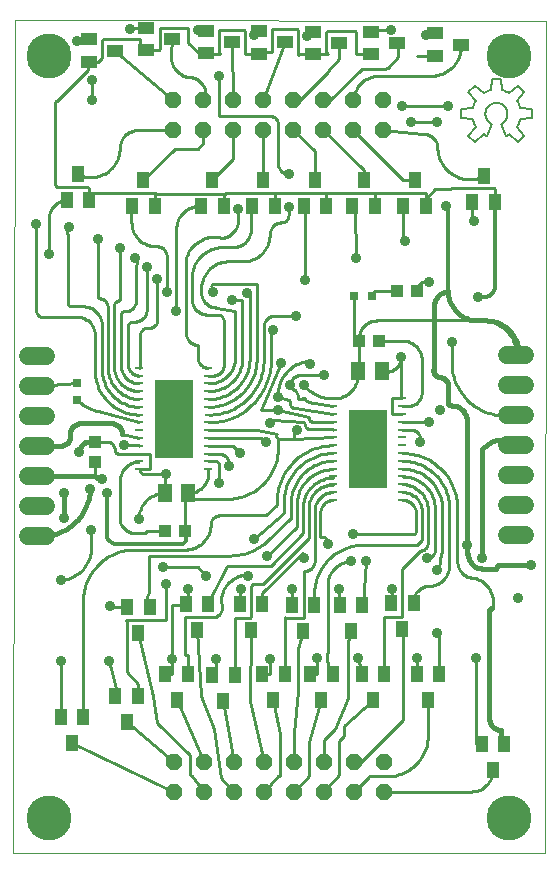
<source format=gtl>
G75*
G70*
%OFA0B0*%
%FSLAX24Y24*%
%IPPOS*%
%LPD*%
%AMOC8*
5,1,8,0,0,1.08239X$1,22.5*
%
%ADD10C,0.0000*%
%ADD11OC8,0.0560*%
%ADD12R,0.0394X0.0551*%
%ADD13R,0.0551X0.0394*%
%ADD14C,0.0600*%
%ADD15R,0.0315X0.0098*%
%ADD16R,0.1260X0.2598*%
%ADD17R,0.0433X0.0394*%
%ADD18R,0.0394X0.0433*%
%ADD19R,0.0512X0.0630*%
%ADD20R,0.0315X0.0315*%
%ADD21C,0.0356*%
%ADD22C,0.0120*%
%ADD23C,0.0160*%
%ADD24C,0.0100*%
%ADD25C,0.0079*%
%ADD26C,0.1502*%
D10*
X001418Y000100D02*
X001458Y027856D01*
X019159Y027844D01*
X019135Y000100D01*
X001418Y000100D01*
D11*
X006773Y002155D03*
X007773Y002155D03*
X007773Y003155D03*
X006773Y003155D03*
X008773Y003155D03*
X008773Y002155D03*
X009773Y002155D03*
X009773Y003155D03*
X010773Y003155D03*
X010773Y002155D03*
X011773Y002155D03*
X011773Y003155D03*
X012773Y003155D03*
X012773Y002155D03*
X013773Y002155D03*
X013773Y003155D03*
X013757Y024198D03*
X013757Y025198D03*
X012757Y025198D03*
X012757Y024198D03*
X011757Y024198D03*
X011757Y025198D03*
X010757Y025198D03*
X010757Y024198D03*
X009757Y024198D03*
X009757Y025198D03*
X008757Y025198D03*
X008757Y024198D03*
X007757Y024198D03*
X006757Y024198D03*
X006757Y025198D03*
X007757Y025198D03*
D12*
X008056Y022529D03*
X007682Y021663D03*
X008430Y021663D03*
X009383Y021671D03*
X009757Y022537D03*
X010131Y021671D03*
X011092Y021671D03*
X011840Y021671D03*
X011466Y022537D03*
X012722Y021671D03*
X013470Y021671D03*
X013096Y022537D03*
X014422Y021679D03*
X014796Y022545D03*
X015170Y021679D03*
X016722Y021797D03*
X017096Y022663D03*
X017470Y021797D03*
X014761Y008427D03*
X014387Y007561D03*
X014013Y008427D03*
X013044Y008387D03*
X012296Y008387D03*
X012670Y007521D03*
X013033Y006065D03*
X013407Y005198D03*
X013781Y006065D03*
X014867Y006065D03*
X015241Y005198D03*
X015615Y006065D03*
X017025Y003734D03*
X017773Y003734D03*
X017399Y002868D03*
X012064Y006065D03*
X011316Y006065D03*
X011690Y005198D03*
X010458Y006072D03*
X010084Y005206D03*
X009710Y006072D03*
X008792Y006033D03*
X008044Y006033D03*
X008418Y005167D03*
X007233Y006072D03*
X006859Y005206D03*
X006485Y006072D03*
X005572Y005348D03*
X005198Y004482D03*
X004824Y005348D03*
X003749Y004639D03*
X003375Y003773D03*
X003001Y004639D03*
X005588Y007450D03*
X005962Y008317D03*
X005214Y008317D03*
X007167Y008395D03*
X007915Y008395D03*
X007541Y007529D03*
X008974Y008395D03*
X009348Y007529D03*
X009722Y008395D03*
X010698Y008387D03*
X011446Y008387D03*
X011072Y007521D03*
X006131Y021663D03*
X005383Y021663D03*
X005757Y022529D03*
X003950Y021860D03*
X003576Y022726D03*
X003202Y021860D03*
D13*
X003926Y026478D03*
X003926Y027226D03*
X004792Y026852D03*
X005855Y026856D03*
X005855Y027604D03*
X006722Y027230D03*
X007832Y027517D03*
X007832Y026769D03*
X008698Y027143D03*
X009604Y027502D03*
X009604Y026754D03*
X010470Y027128D03*
X011415Y027486D03*
X011415Y026738D03*
X012281Y027112D03*
X013352Y027478D03*
X013352Y026730D03*
X014218Y027104D03*
X015478Y027423D03*
X015478Y026675D03*
X016344Y027049D03*
D14*
X017890Y016722D02*
X018490Y016722D01*
X018490Y015722D02*
X017890Y015722D01*
X017890Y014722D02*
X018490Y014722D01*
X018490Y013722D02*
X017890Y013722D01*
X017890Y012722D02*
X018490Y012722D01*
X018490Y011722D02*
X017890Y011722D01*
X017890Y010722D02*
X018490Y010722D01*
X002506Y010683D02*
X001906Y010683D01*
X001906Y011683D02*
X002506Y011683D01*
X002506Y012683D02*
X001906Y012683D01*
X001906Y013683D02*
X002506Y013683D01*
X002506Y014683D02*
X001906Y014683D01*
X001906Y015683D02*
X002506Y015683D01*
X002506Y016683D02*
X001906Y016683D01*
D15*
X005623Y016276D03*
X005623Y016016D03*
X005623Y015756D03*
X005623Y015496D03*
X005623Y015236D03*
X005623Y014976D03*
X005620Y014716D03*
X005623Y014456D03*
X005623Y014196D03*
X005623Y013936D03*
X005623Y013676D03*
X005623Y013416D03*
X005623Y013156D03*
X005623Y012896D03*
X007923Y012896D03*
X007923Y013156D03*
X007923Y013416D03*
X007923Y013676D03*
X007923Y013936D03*
X007923Y014196D03*
X007923Y014456D03*
X007925Y014716D03*
X007923Y014976D03*
X007923Y015236D03*
X007923Y015496D03*
X007923Y015756D03*
X007923Y016016D03*
X007923Y016276D03*
X012077Y013437D03*
X012080Y013697D03*
X012080Y013957D03*
X012080Y014217D03*
X012080Y014477D03*
X012080Y014737D03*
X012080Y014997D03*
X012080Y015257D03*
X012080Y013177D03*
X012080Y012917D03*
X012080Y012657D03*
X012080Y012397D03*
X012080Y012137D03*
X012080Y011877D03*
X014380Y011877D03*
X014380Y012137D03*
X014380Y012397D03*
X014380Y012657D03*
X014380Y012917D03*
X014380Y013177D03*
X014382Y013437D03*
X014380Y013697D03*
X014380Y013957D03*
X014380Y014217D03*
X014380Y014477D03*
X014380Y014737D03*
X014380Y014997D03*
X014380Y015257D03*
D16*
X013230Y013567D03*
X006773Y014586D03*
D17*
X004135Y013820D03*
X004135Y013151D03*
D18*
X006478Y010848D03*
X007147Y010848D03*
X012934Y017187D03*
X013604Y017187D03*
X014194Y018840D03*
X014863Y018840D03*
D19*
X013702Y016163D03*
X012915Y016163D03*
X007245Y012108D03*
X006458Y012108D03*
D20*
X003544Y015198D03*
X003544Y015789D03*
X012777Y018683D03*
X013367Y018683D03*
D21*
X012836Y019943D03*
X014489Y020494D03*
X015277Y019155D03*
X016025Y017147D03*
X016891Y018643D03*
X016773Y021163D03*
X015828Y021675D03*
X015552Y024470D03*
X015907Y025021D03*
X014686Y024470D03*
X014371Y025021D03*
X015159Y027383D03*
X014017Y027541D03*
X011222Y027344D03*
X009450Y027383D03*
X008269Y026006D03*
X007560Y027541D03*
X005316Y027580D03*
X004056Y025887D03*
X004056Y025218D03*
X003544Y027187D03*
X003269Y020966D03*
X002600Y020061D03*
X002167Y021084D03*
X004253Y020572D03*
X004962Y020257D03*
X005474Y019943D03*
X005867Y019628D03*
X006222Y019234D03*
X006537Y018801D03*
X006852Y018171D03*
X008072Y018801D03*
X008702Y018525D03*
X009214Y018761D03*
X010080Y017541D03*
X010828Y018013D03*
X011143Y019194D03*
X010592Y021635D03*
X010592Y022738D03*
X008899Y021557D03*
X010355Y016439D03*
X010631Y015691D03*
X010237Y015297D03*
X010237Y014864D03*
X009962Y014431D03*
X009844Y013801D03*
X008978Y013446D03*
X008623Y013013D03*
X008269Y012423D03*
X009450Y010572D03*
X009883Y010021D03*
X009253Y009352D03*
X009017Y008919D03*
X007836Y009352D03*
X007245Y008919D03*
X006497Y009076D03*
X006418Y009628D03*
X005592Y011242D03*
X004529Y012108D03*
X004371Y012580D03*
X003978Y012226D03*
X003111Y012108D03*
X003111Y011281D03*
X004017Y010887D03*
X002993Y009194D03*
X004647Y008328D03*
X004607Y006517D03*
X002993Y006517D03*
X006694Y006557D03*
X008190Y006557D03*
X009962Y006557D03*
X011537Y006596D03*
X012915Y006596D03*
X012285Y008919D03*
X012678Y009824D03*
X013190Y009824D03*
X012757Y010730D03*
X011891Y010415D03*
X011104Y009943D03*
X010710Y008919D03*
X014056Y008919D03*
X015198Y009943D03*
X015552Y009549D03*
X016537Y010376D03*
X017048Y009943D03*
X018230Y008604D03*
X018663Y009706D03*
X016852Y006596D03*
X015552Y007423D03*
X014883Y006596D03*
X014962Y013801D03*
X015277Y014470D03*
X015631Y014864D03*
X014332Y016635D03*
X011773Y016045D03*
X011300Y016399D03*
X011104Y015691D03*
X010867Y014194D03*
X006497Y012738D03*
X005119Y013722D03*
X003623Y013486D03*
D22*
X004529Y012108D02*
X004529Y010730D01*
X004531Y010697D01*
X004536Y010665D01*
X004544Y010633D01*
X004556Y010602D01*
X004571Y010573D01*
X004589Y010545D01*
X004610Y010519D01*
X004633Y010496D01*
X004659Y010475D01*
X004687Y010457D01*
X004716Y010442D01*
X004747Y010430D01*
X004779Y010422D01*
X004811Y010417D01*
X004844Y010415D01*
X007048Y010415D01*
X007068Y010417D01*
X007088Y010422D01*
X007107Y010431D01*
X007124Y010443D01*
X007138Y010457D01*
X007150Y010474D01*
X007159Y010493D01*
X007164Y010513D01*
X007166Y010533D01*
X007167Y010533D02*
X007167Y010828D01*
X007165Y010836D01*
X007161Y010842D01*
X007155Y010846D01*
X007147Y010848D01*
X015907Y018840D02*
X015907Y021596D01*
X015828Y021675D01*
X017470Y021797D02*
X017475Y021796D01*
X017478Y021793D01*
X017481Y021790D01*
X017482Y021785D01*
X017481Y021785D02*
X017481Y018998D01*
X017479Y018963D01*
X017474Y018929D01*
X017466Y018895D01*
X017454Y018863D01*
X017439Y018831D01*
X017421Y018801D01*
X017401Y018773D01*
X017377Y018748D01*
X017352Y018724D01*
X017324Y018704D01*
X017294Y018686D01*
X017262Y018671D01*
X017230Y018659D01*
X017196Y018651D01*
X017162Y018646D01*
X017127Y018644D01*
X017127Y018643D02*
X016891Y018643D01*
D23*
X016891Y017856D02*
X016829Y017858D01*
X016768Y017864D01*
X016707Y017873D01*
X016646Y017887D01*
X016587Y017904D01*
X016529Y017925D01*
X016472Y017950D01*
X016417Y017978D01*
X016364Y018009D01*
X016313Y018044D01*
X016264Y018082D01*
X016217Y018123D01*
X016174Y018166D01*
X016133Y018213D01*
X016095Y018262D01*
X016060Y018313D01*
X016029Y018366D01*
X016001Y018421D01*
X015976Y018478D01*
X015955Y018536D01*
X015938Y018595D01*
X015924Y018656D01*
X015915Y018717D01*
X015909Y018778D01*
X015907Y018840D01*
X015906Y018840D02*
X015861Y018832D01*
X015817Y018820D01*
X015773Y018804D01*
X015731Y018785D01*
X015691Y018762D01*
X015653Y018736D01*
X015617Y018708D01*
X015584Y018676D01*
X015554Y018641D01*
X015526Y018605D01*
X015501Y018566D01*
X015480Y018525D01*
X015463Y018482D01*
X015448Y018438D01*
X015438Y018394D01*
X015431Y018348D01*
X015428Y018302D01*
X015429Y018256D01*
X015434Y018210D01*
X015434Y016281D01*
X015426Y016252D01*
X015422Y016222D01*
X015421Y016192D01*
X015424Y016162D01*
X015431Y016133D01*
X015441Y016104D01*
X015454Y016077D01*
X015471Y016052D01*
X015491Y016029D01*
X015513Y016009D01*
X015537Y015991D01*
X015563Y015977D01*
X015591Y015966D01*
X015592Y015967D02*
X015624Y015969D01*
X015655Y015968D01*
X015686Y015963D01*
X015717Y015955D01*
X015746Y015943D01*
X015774Y015928D01*
X015800Y015910D01*
X015824Y015889D01*
X015845Y015866D01*
X015863Y015841D01*
X015879Y015813D01*
X015891Y015784D01*
X015900Y015754D01*
X015905Y015723D01*
X015907Y015691D01*
X015907Y015139D01*
X015909Y015119D01*
X015914Y015099D01*
X015923Y015080D01*
X015935Y015063D01*
X015949Y015049D01*
X015966Y015037D01*
X015985Y015028D01*
X016005Y015023D01*
X016025Y015021D01*
X016067Y015019D01*
X016109Y015014D01*
X016151Y015005D01*
X016191Y014993D01*
X016231Y014978D01*
X016269Y014959D01*
X016305Y014938D01*
X016339Y014913D01*
X016372Y014886D01*
X016402Y014856D01*
X016429Y014823D01*
X016454Y014789D01*
X016475Y014753D01*
X016494Y014715D01*
X016509Y014675D01*
X016521Y014635D01*
X016530Y014593D01*
X016535Y014551D01*
X016537Y014509D01*
X016537Y010100D01*
X016538Y010090D01*
X016542Y010081D01*
X016548Y010072D01*
X016557Y010066D01*
X016566Y010062D01*
X016576Y010061D01*
X016578Y010020D01*
X016583Y009979D01*
X016592Y009939D01*
X016604Y009900D01*
X016620Y009862D01*
X016639Y009825D01*
X016661Y009790D01*
X016686Y009758D01*
X016714Y009727D01*
X016745Y009699D01*
X016777Y009674D01*
X016812Y009652D01*
X016849Y009633D01*
X016887Y009617D01*
X016926Y009605D01*
X016966Y009596D01*
X017007Y009591D01*
X017048Y009589D01*
X017048Y009588D02*
X017521Y009588D01*
X017523Y009608D01*
X017528Y009628D01*
X017537Y009647D01*
X017549Y009664D01*
X017563Y009678D01*
X017580Y009690D01*
X017599Y009699D01*
X017619Y009704D01*
X017639Y009706D01*
X018663Y009706D01*
X017379Y008273D02*
X017361Y008271D01*
X017343Y008266D01*
X017327Y008257D01*
X017313Y008245D01*
X017301Y008231D01*
X017292Y008215D01*
X017287Y008197D01*
X017285Y008179D01*
X017285Y004588D01*
X017284Y004588D02*
X017286Y004549D01*
X017292Y004511D01*
X017301Y004474D01*
X017314Y004437D01*
X017331Y004402D01*
X017350Y004369D01*
X017373Y004338D01*
X017399Y004309D01*
X017428Y004283D01*
X017459Y004260D01*
X017492Y004241D01*
X017527Y004224D01*
X017564Y004211D01*
X017601Y004202D01*
X017639Y004196D01*
X017678Y004194D01*
X017678Y003828D01*
X017679Y003828D02*
X017681Y003810D01*
X017686Y003792D01*
X017695Y003776D01*
X017707Y003762D01*
X017721Y003750D01*
X017737Y003741D01*
X017755Y003736D01*
X017773Y003734D01*
X017048Y009943D02*
X017048Y013565D01*
X017048Y013564D02*
X017083Y013607D01*
X017121Y013648D01*
X017162Y013686D01*
X017205Y013721D01*
X017251Y013753D01*
X017298Y013782D01*
X017348Y013808D01*
X017399Y013830D01*
X017451Y013849D01*
X017505Y013864D01*
X017559Y013875D01*
X017614Y013883D01*
X017670Y013887D01*
X017725Y013887D01*
X017781Y013883D01*
X017836Y013875D01*
X017891Y013864D01*
X017944Y013849D01*
X017997Y013830D01*
X018048Y013808D01*
X018097Y013783D01*
X018145Y013754D01*
X018190Y013722D01*
X018269Y016754D02*
X018267Y016818D01*
X018262Y016882D01*
X018252Y016945D01*
X018239Y017008D01*
X018223Y017070D01*
X018203Y017131D01*
X018179Y017190D01*
X018152Y017249D01*
X018121Y017305D01*
X018088Y017360D01*
X018051Y017412D01*
X018011Y017462D01*
X017969Y017510D01*
X017923Y017556D01*
X017875Y017598D01*
X017825Y017638D01*
X017773Y017675D01*
X017718Y017708D01*
X017662Y017739D01*
X017603Y017766D01*
X017544Y017790D01*
X017483Y017810D01*
X017421Y017826D01*
X017358Y017839D01*
X017295Y017849D01*
X017231Y017854D01*
X017167Y017856D01*
X016891Y017856D01*
X004686Y014431D02*
X003663Y014431D01*
X003663Y014430D02*
X003628Y014428D01*
X003594Y014423D01*
X003560Y014415D01*
X003528Y014403D01*
X003496Y014388D01*
X003466Y014370D01*
X003438Y014350D01*
X003413Y014326D01*
X003389Y014301D01*
X003369Y014273D01*
X003351Y014243D01*
X003336Y014211D01*
X003324Y014179D01*
X003316Y014145D01*
X003311Y014111D01*
X003309Y014076D01*
X003308Y014076D02*
X003308Y013998D01*
X003306Y013965D01*
X003301Y013933D01*
X003293Y013901D01*
X003281Y013870D01*
X003266Y013841D01*
X003248Y013813D01*
X003227Y013787D01*
X003204Y013764D01*
X003178Y013743D01*
X003150Y013725D01*
X003121Y013710D01*
X003090Y013698D01*
X003058Y013690D01*
X003026Y013685D01*
X002993Y013683D01*
X002206Y013683D01*
X002206Y012683D02*
X004135Y012659D01*
X003623Y013486D02*
X003625Y013521D01*
X003630Y013556D01*
X003639Y013590D01*
X003652Y013622D01*
X003668Y013654D01*
X003687Y013683D01*
X003709Y013710D01*
X003734Y013735D01*
X003761Y013757D01*
X003791Y013776D01*
X003822Y013792D01*
X003854Y013805D01*
X003888Y013814D01*
X003923Y013819D01*
X003958Y013821D01*
X003958Y013820D02*
X004135Y013820D01*
X004686Y014430D02*
X004721Y014428D01*
X004755Y014423D01*
X004789Y014415D01*
X004821Y014403D01*
X004853Y014388D01*
X004883Y014370D01*
X004911Y014350D01*
X004936Y014326D01*
X004960Y014301D01*
X004980Y014273D01*
X004998Y014243D01*
X005013Y014211D01*
X005025Y014179D01*
X005033Y014145D01*
X005038Y014111D01*
X005040Y014076D01*
X003111Y012108D02*
X003111Y011281D01*
X002206Y010682D02*
X002285Y010678D01*
X002365Y010677D01*
X002444Y010680D01*
X002523Y010687D01*
X002602Y010698D01*
X002680Y010713D01*
X002757Y010731D01*
X002833Y010753D01*
X002908Y010779D01*
X002982Y010808D01*
X003054Y010841D01*
X003125Y010878D01*
X003193Y010917D01*
X003260Y010960D01*
X003325Y011006D01*
X003387Y011055D01*
X003447Y011108D01*
X003504Y011163D01*
X003559Y011220D01*
X003610Y011280D01*
X003659Y011343D01*
X003705Y011408D01*
X003747Y011475D01*
X003786Y011544D01*
X003822Y011615D01*
X003854Y011687D01*
X003883Y011761D01*
X003908Y011836D01*
X003930Y011913D01*
X003948Y011990D01*
X003962Y012068D01*
X003972Y012147D01*
X003978Y012226D01*
D24*
X004135Y012659D02*
X004135Y013151D01*
X004135Y012659D02*
X004147Y012638D01*
X004163Y012618D01*
X004182Y012601D01*
X004202Y012587D01*
X004225Y012575D01*
X004248Y012567D01*
X004273Y012563D01*
X004298Y012562D01*
X004323Y012565D01*
X004348Y012571D01*
X004371Y012581D01*
X004962Y012495D02*
X004962Y011281D01*
X004964Y011239D01*
X004969Y011197D01*
X004978Y011155D01*
X004990Y011115D01*
X005005Y011075D01*
X005024Y011037D01*
X005045Y011001D01*
X005070Y010967D01*
X005097Y010934D01*
X005127Y010904D01*
X005160Y010877D01*
X005194Y010852D01*
X005230Y010831D01*
X005268Y010812D01*
X005308Y010797D01*
X005348Y010785D01*
X005390Y010776D01*
X005432Y010771D01*
X005474Y010769D01*
X005828Y010769D01*
X005830Y010784D01*
X005834Y010799D01*
X005841Y010813D01*
X005851Y010825D01*
X005863Y010835D01*
X005877Y010842D01*
X005892Y010846D01*
X005907Y010848D01*
X006478Y010848D01*
X005592Y011242D02*
X005594Y011299D01*
X005599Y011355D01*
X005609Y011411D01*
X005622Y011466D01*
X005638Y011520D01*
X005658Y011573D01*
X005681Y011625D01*
X005708Y011675D01*
X005738Y011723D01*
X005771Y011769D01*
X005807Y011813D01*
X005846Y011854D01*
X005887Y011893D01*
X005931Y011929D01*
X005977Y011962D01*
X006025Y011992D01*
X006075Y012019D01*
X006127Y012042D01*
X006180Y012062D01*
X006234Y012078D01*
X006289Y012091D01*
X006345Y012101D01*
X006401Y012106D01*
X006458Y012108D01*
X006458Y012698D01*
X006459Y012708D01*
X006463Y012718D01*
X006469Y012726D01*
X006478Y012732D01*
X006487Y012736D01*
X006497Y012737D01*
X006497Y012738D02*
X005781Y012738D01*
X005759Y012740D01*
X005736Y012744D01*
X005715Y012752D01*
X005696Y012763D01*
X005678Y012777D01*
X005662Y012793D01*
X005648Y012811D01*
X005637Y012830D01*
X005629Y012851D01*
X005625Y012874D01*
X005623Y012896D01*
X005623Y012896D01*
X005624Y012895D01*
X005624Y012895D01*
X005985Y012895D01*
X005985Y013407D01*
X005984Y013412D01*
X005981Y013415D01*
X005976Y013416D01*
X005623Y013416D01*
X004913Y013416D01*
X004894Y013418D01*
X004876Y013423D01*
X004859Y013431D01*
X004843Y013442D01*
X004830Y013455D01*
X004819Y013471D01*
X004811Y013488D01*
X004806Y013506D01*
X004804Y013525D01*
X004802Y013558D01*
X004797Y013591D01*
X004787Y013622D01*
X004775Y013653D01*
X004759Y013682D01*
X004740Y013709D01*
X004718Y013734D01*
X004693Y013756D01*
X004666Y013775D01*
X004637Y013791D01*
X004606Y013803D01*
X004575Y013813D01*
X004542Y013818D01*
X004509Y013820D01*
X004135Y013820D01*
X005041Y014076D02*
X005623Y013936D01*
X005577Y013722D02*
X005119Y013722D01*
X005577Y013722D02*
X005589Y013720D01*
X005600Y013716D01*
X005610Y013709D01*
X005617Y013699D01*
X005621Y013688D01*
X005623Y013676D01*
X005623Y014456D02*
X004253Y014824D01*
X003544Y015789D02*
X002206Y015683D01*
X004135Y017383D02*
X004133Y017429D01*
X004128Y017475D01*
X004119Y017521D01*
X004106Y017566D01*
X004090Y017609D01*
X004071Y017651D01*
X004048Y017692D01*
X004022Y017730D01*
X003993Y017767D01*
X003962Y017801D01*
X003928Y017832D01*
X003891Y017861D01*
X003853Y017887D01*
X003812Y017910D01*
X003770Y017929D01*
X003727Y017945D01*
X003682Y017958D01*
X003636Y017967D01*
X003590Y017972D01*
X003544Y017974D01*
X002403Y017974D01*
X002375Y017976D01*
X002347Y017981D01*
X002319Y017989D01*
X002293Y018001D01*
X002269Y018016D01*
X002247Y018033D01*
X002226Y018054D01*
X002209Y018076D01*
X002194Y018100D01*
X002182Y018126D01*
X002174Y018154D01*
X002169Y018182D01*
X002167Y018210D01*
X002167Y021084D01*
X002600Y021257D02*
X002600Y020061D01*
X003230Y020730D02*
X003230Y018446D01*
X003232Y018426D01*
X003237Y018406D01*
X003246Y018387D01*
X003258Y018370D01*
X003272Y018356D01*
X003289Y018344D01*
X003308Y018335D01*
X003328Y018330D01*
X003348Y018328D01*
X003741Y018328D01*
X004253Y018604D02*
X004286Y018602D01*
X004318Y018597D01*
X004350Y018589D01*
X004381Y018577D01*
X004411Y018562D01*
X004438Y018544D01*
X004464Y018523D01*
X004487Y018500D01*
X004508Y018474D01*
X004526Y018447D01*
X004541Y018417D01*
X004553Y018386D01*
X004561Y018354D01*
X004566Y018322D01*
X004568Y018289D01*
X004568Y016291D01*
X004371Y016228D02*
X004371Y017698D01*
X004135Y017383D02*
X004135Y016202D01*
X004765Y016354D02*
X004765Y018328D01*
X004767Y018354D01*
X004772Y018379D01*
X004780Y018403D01*
X004791Y018427D01*
X004806Y018448D01*
X004823Y018467D01*
X004842Y018484D01*
X004864Y018499D01*
X004887Y018510D01*
X004911Y018518D01*
X004936Y018523D01*
X004962Y018525D01*
X004962Y020257D01*
X005473Y019943D02*
X005492Y019927D01*
X005508Y019909D01*
X005521Y019889D01*
X005532Y019868D01*
X005539Y019845D01*
X005543Y019821D01*
X005544Y019797D01*
X005541Y019773D01*
X005535Y019749D01*
X005525Y019727D01*
X005513Y019707D01*
X005513Y019706D02*
X005513Y018525D01*
X005868Y018210D02*
X005864Y018170D01*
X005856Y018130D01*
X005844Y018091D01*
X005829Y018054D01*
X005809Y018018D01*
X005787Y017984D01*
X005761Y017952D01*
X005732Y017924D01*
X005701Y017898D01*
X005667Y017875D01*
X005632Y017856D01*
X005594Y017840D01*
X005555Y017829D01*
X005515Y017821D01*
X005475Y017817D01*
X005434Y017816D01*
X005434Y017817D02*
X005395Y017817D01*
X005395Y017816D02*
X005373Y017814D01*
X005351Y017810D01*
X005330Y017802D01*
X005310Y017791D01*
X005292Y017778D01*
X005276Y017762D01*
X005263Y017744D01*
X005252Y017724D01*
X005244Y017703D01*
X005240Y017681D01*
X005238Y017659D01*
X005237Y017659D02*
X005237Y016402D01*
X005001Y016378D02*
X005001Y018053D01*
X005003Y018073D01*
X005008Y018093D01*
X005017Y018112D01*
X005029Y018129D01*
X005043Y018143D01*
X005060Y018155D01*
X005079Y018164D01*
X005099Y018169D01*
X005119Y018171D01*
X005159Y018171D01*
X005194Y018173D01*
X005228Y018178D01*
X005262Y018186D01*
X005294Y018198D01*
X005326Y018213D01*
X005356Y018231D01*
X005384Y018251D01*
X005409Y018275D01*
X005433Y018300D01*
X005453Y018328D01*
X005471Y018358D01*
X005486Y018390D01*
X005498Y018422D01*
X005506Y018456D01*
X005511Y018490D01*
X005513Y018525D01*
X005867Y018210D02*
X005867Y019628D01*
X006536Y019982D02*
X006534Y020017D01*
X006529Y020051D01*
X006521Y020085D01*
X006509Y020117D01*
X006494Y020149D01*
X006476Y020179D01*
X006456Y020207D01*
X006432Y020232D01*
X006407Y020256D01*
X006379Y020276D01*
X006349Y020294D01*
X006317Y020309D01*
X006285Y020321D01*
X006251Y020329D01*
X006217Y020334D01*
X006182Y020336D01*
X006143Y020336D01*
X006537Y019982D02*
X006537Y018801D01*
X006222Y019234D02*
X006222Y017856D01*
X006221Y017856D02*
X006215Y017825D01*
X006206Y017795D01*
X006193Y017767D01*
X006177Y017740D01*
X006158Y017715D01*
X006137Y017693D01*
X006113Y017673D01*
X006087Y017655D01*
X006059Y017641D01*
X006030Y017630D01*
X006000Y017622D01*
X005969Y017618D01*
X005938Y017617D01*
X005907Y017620D01*
X005876Y017618D01*
X005846Y017613D01*
X005816Y017605D01*
X005787Y017593D01*
X005760Y017578D01*
X005735Y017560D01*
X005712Y017539D01*
X005691Y017516D01*
X005673Y017491D01*
X005658Y017464D01*
X005646Y017435D01*
X005638Y017405D01*
X005633Y017375D01*
X005631Y017344D01*
X005631Y016284D01*
X005630Y016280D01*
X005627Y016277D01*
X005623Y016276D01*
X005623Y015236D02*
X005559Y015238D01*
X005496Y015244D01*
X005433Y015253D01*
X005371Y015267D01*
X005309Y015284D01*
X005249Y015305D01*
X005190Y015329D01*
X005133Y015357D01*
X005077Y015388D01*
X005024Y015423D01*
X004972Y015461D01*
X004923Y015501D01*
X004877Y015545D01*
X004833Y015591D01*
X004793Y015640D01*
X004755Y015692D01*
X004720Y015745D01*
X004689Y015801D01*
X004661Y015858D01*
X004637Y015917D01*
X004616Y015977D01*
X004599Y016039D01*
X004585Y016101D01*
X004576Y016164D01*
X004570Y016227D01*
X004568Y016291D01*
X003545Y015198D02*
X003607Y015147D01*
X003672Y015099D01*
X003739Y015053D01*
X003808Y015011D01*
X003878Y014971D01*
X003951Y014935D01*
X004024Y014903D01*
X004100Y014873D01*
X004176Y014847D01*
X004254Y014824D01*
X005620Y014717D02*
X005545Y014719D01*
X005470Y014725D01*
X005395Y014734D01*
X005321Y014747D01*
X005248Y014764D01*
X005175Y014785D01*
X005104Y014809D01*
X005034Y014837D01*
X004966Y014869D01*
X004899Y014904D01*
X004834Y014942D01*
X004772Y014983D01*
X004711Y015028D01*
X004653Y015075D01*
X004597Y015126D01*
X004544Y015179D01*
X004493Y015235D01*
X004446Y015293D01*
X004401Y015354D01*
X004360Y015416D01*
X004322Y015481D01*
X004287Y015548D01*
X004255Y015616D01*
X004227Y015686D01*
X004203Y015757D01*
X004182Y015830D01*
X004165Y015903D01*
X004152Y015977D01*
X004143Y016052D01*
X004137Y016127D01*
X004135Y016202D01*
X004371Y017698D02*
X004369Y017747D01*
X004363Y017797D01*
X004354Y017845D01*
X004340Y017893D01*
X004323Y017939D01*
X004302Y017984D01*
X004278Y018027D01*
X004251Y018068D01*
X004220Y018107D01*
X004186Y018143D01*
X004150Y018177D01*
X004111Y018208D01*
X004070Y018235D01*
X004027Y018259D01*
X003982Y018280D01*
X003936Y018297D01*
X003888Y018311D01*
X003840Y018320D01*
X003790Y018326D01*
X003741Y018328D01*
X004253Y018604D02*
X004253Y020572D01*
X003229Y020730D02*
X003217Y020750D01*
X003207Y020772D01*
X003201Y020796D01*
X003198Y020820D01*
X003199Y020844D01*
X003203Y020868D01*
X003210Y020891D01*
X003221Y020912D01*
X003234Y020932D01*
X003250Y020950D01*
X003269Y020966D01*
X002600Y021257D02*
X002602Y021304D01*
X002607Y021351D01*
X002617Y021398D01*
X002629Y021443D01*
X002646Y021487D01*
X002666Y021530D01*
X002689Y021572D01*
X002715Y021611D01*
X002744Y021648D01*
X002776Y021683D01*
X002811Y021715D01*
X002848Y021744D01*
X002887Y021770D01*
X002929Y021793D01*
X002972Y021813D01*
X003016Y021830D01*
X003061Y021842D01*
X003108Y021852D01*
X003155Y021857D01*
X003202Y021859D01*
X002875Y022305D02*
X002796Y022383D01*
X002796Y025139D01*
X002836Y025179D01*
X002875Y025179D01*
X003899Y026202D01*
X003899Y026450D01*
X003926Y026478D01*
X004253Y026478D01*
X004371Y026596D01*
X004371Y027187D01*
X004411Y027226D01*
X005631Y027226D01*
X005631Y026883D01*
X005855Y026856D01*
X005871Y026872D01*
X006261Y026872D01*
X006300Y026911D01*
X006300Y027620D01*
X007245Y027620D01*
X007245Y027108D01*
X007623Y026769D01*
X007832Y026769D01*
X007848Y026754D01*
X008308Y026754D01*
X008269Y026793D01*
X008269Y027541D01*
X009096Y027541D01*
X009135Y027502D01*
X009135Y026754D01*
X009604Y026754D01*
X009643Y026793D01*
X010041Y026793D01*
X010041Y027580D01*
X010867Y027580D01*
X010907Y027541D01*
X010907Y026714D01*
X010930Y026738D01*
X011415Y026738D01*
X011430Y026754D01*
X011891Y026754D01*
X011852Y026793D01*
X011852Y027462D01*
X011891Y027502D01*
X012796Y027502D01*
X012836Y027462D01*
X012836Y026754D01*
X012859Y026730D01*
X013352Y026730D01*
X013033Y026242D02*
X013820Y026242D01*
X013859Y026281D01*
X013899Y026281D01*
X014253Y026635D01*
X014253Y027069D01*
X014218Y027104D01*
X014017Y027541D02*
X013415Y027541D01*
X013401Y027539D01*
X013388Y027535D01*
X013376Y027527D01*
X013366Y027517D01*
X013358Y027505D01*
X013354Y027492D01*
X013352Y027478D01*
X012285Y027108D02*
X012285Y026557D01*
X011891Y026163D01*
X011891Y026124D01*
X010966Y025198D01*
X010757Y025198D01*
X010237Y024431D02*
X010237Y023092D01*
X010238Y023092D02*
X010240Y023057D01*
X010245Y023023D01*
X010253Y022989D01*
X010265Y022957D01*
X010280Y022925D01*
X010298Y022895D01*
X010318Y022867D01*
X010342Y022842D01*
X010367Y022818D01*
X010395Y022798D01*
X010425Y022780D01*
X010457Y022765D01*
X010489Y022753D01*
X010523Y022745D01*
X010557Y022740D01*
X010592Y022738D01*
X010119Y022108D02*
X011852Y022108D01*
X013466Y022108D01*
X015159Y022108D01*
X015170Y022096D01*
X015170Y021911D01*
X015485Y022226D01*
X015985Y022226D01*
X016025Y022265D01*
X017442Y022265D01*
X017470Y022238D01*
X017470Y021797D01*
X016722Y021797D02*
X016722Y021214D01*
X016724Y021201D01*
X016729Y021189D01*
X016737Y021178D01*
X016748Y021170D01*
X016760Y021165D01*
X016773Y021163D01*
X015170Y021679D02*
X015170Y021911D01*
X014796Y022545D02*
X014411Y022545D01*
X012757Y024198D01*
X011989Y025198D02*
X013033Y026242D01*
X013604Y026006D02*
X015340Y026006D01*
X015478Y026675D02*
X014883Y026675D01*
X015340Y026005D02*
X015401Y026008D01*
X015463Y026015D01*
X015524Y026026D01*
X015584Y026040D01*
X015643Y026057D01*
X015701Y026079D01*
X015758Y026103D01*
X015813Y026132D01*
X015867Y026163D01*
X015918Y026198D01*
X015967Y026235D01*
X016014Y026276D01*
X016058Y026319D01*
X016099Y026365D01*
X016138Y026413D01*
X016174Y026464D01*
X016206Y026516D01*
X016236Y026571D01*
X016262Y026627D01*
X016284Y026684D01*
X016303Y026743D01*
X016319Y026803D01*
X016331Y026864D01*
X016339Y026925D01*
X016343Y026987D01*
X016344Y027049D01*
X015478Y027423D02*
X015198Y027423D01*
X015198Y027422D02*
X015188Y027421D01*
X015179Y027417D01*
X015170Y027411D01*
X015164Y027403D01*
X015160Y027393D01*
X015159Y027383D01*
X015907Y025021D02*
X014371Y025021D01*
X014686Y024470D02*
X015552Y024470D01*
X015037Y024080D02*
X013757Y024198D01*
X012757Y025199D02*
X012761Y025255D01*
X012768Y025311D01*
X012779Y025366D01*
X012793Y025421D01*
X012812Y025474D01*
X012834Y025526D01*
X012859Y025577D01*
X012888Y025625D01*
X012920Y025672D01*
X012955Y025716D01*
X012993Y025758D01*
X013034Y025797D01*
X013078Y025833D01*
X013123Y025866D01*
X013171Y025896D01*
X013221Y025922D01*
X013273Y025945D01*
X013326Y025965D01*
X013380Y025980D01*
X013435Y025992D01*
X013491Y026001D01*
X013547Y026005D01*
X013604Y026006D01*
X012285Y027108D02*
X012281Y027112D01*
X011273Y027344D02*
X011222Y027344D01*
X011273Y027344D02*
X011295Y027346D01*
X011317Y027351D01*
X011337Y027359D01*
X011356Y027371D01*
X011373Y027386D01*
X011388Y027403D01*
X011400Y027422D01*
X011408Y027442D01*
X011413Y027464D01*
X011415Y027486D01*
X010470Y027128D02*
X009757Y025198D01*
X010001Y024667D02*
X008269Y024667D01*
X008269Y026006D01*
X008757Y025198D02*
X008698Y027143D01*
X009450Y027383D02*
X009485Y027383D01*
X009485Y027384D02*
X009505Y027386D01*
X009525Y027391D01*
X009544Y027400D01*
X009561Y027412D01*
X009575Y027426D01*
X009587Y027443D01*
X009596Y027462D01*
X009601Y027482D01*
X009603Y027502D01*
X007832Y027517D02*
X007584Y027517D01*
X007577Y027518D01*
X007570Y027522D01*
X007565Y027527D01*
X007561Y027534D01*
X007560Y027541D01*
X006682Y026726D02*
X006678Y026675D01*
X006677Y026623D01*
X006681Y026572D01*
X006689Y026521D01*
X006700Y026471D01*
X006715Y026422D01*
X006733Y026374D01*
X006756Y026328D01*
X006781Y026284D01*
X006810Y026241D01*
X006842Y026201D01*
X006877Y026163D01*
X006914Y026128D01*
X006954Y026096D01*
X006996Y026067D01*
X007041Y026041D01*
X007087Y026019D01*
X007135Y026000D01*
X007184Y025985D01*
X007234Y025973D01*
X007284Y025966D01*
X007285Y025966D02*
X007330Y025964D01*
X007374Y025958D01*
X007418Y025949D01*
X007461Y025936D01*
X007503Y025919D01*
X007543Y025899D01*
X007581Y025875D01*
X007617Y025849D01*
X007651Y025819D01*
X007682Y025786D01*
X007710Y025751D01*
X007736Y025714D01*
X007757Y025675D01*
X007776Y025634D01*
X007791Y025592D01*
X007802Y025548D01*
X007810Y025504D01*
X007814Y025459D01*
X007814Y025414D01*
X007810Y025370D01*
X007802Y025325D01*
X007791Y025282D01*
X007776Y025240D01*
X007757Y025199D01*
X006757Y025198D02*
X004792Y026852D01*
X005316Y027580D02*
X005317Y027587D01*
X005321Y027594D01*
X005326Y027599D01*
X005333Y027603D01*
X005340Y027604D01*
X005855Y027604D01*
X006722Y027230D02*
X006682Y026726D01*
X006757Y024198D02*
X005556Y024198D01*
X005509Y024196D01*
X005463Y024191D01*
X005417Y024182D01*
X005372Y024169D01*
X005329Y024153D01*
X005286Y024133D01*
X005246Y024110D01*
X005207Y024085D01*
X005170Y024056D01*
X005136Y024024D01*
X005104Y023990D01*
X005075Y023953D01*
X005050Y023914D01*
X005027Y023874D01*
X005007Y023831D01*
X004991Y023788D01*
X004978Y023743D01*
X004969Y023697D01*
X004964Y023651D01*
X004962Y023604D01*
X005757Y022529D02*
X006792Y023565D01*
X007560Y023565D01*
X007757Y023761D01*
X007757Y024198D01*
X008757Y024198D02*
X008757Y023230D01*
X008056Y022529D01*
X008505Y022108D02*
X008466Y022069D01*
X006182Y022069D01*
X006143Y022108D01*
X003950Y022108D01*
X003950Y022254D01*
X003899Y022305D01*
X002875Y022305D01*
X003950Y022108D02*
X003950Y021860D01*
X003576Y022726D02*
X003632Y022702D01*
X003690Y022681D01*
X003748Y022664D01*
X003808Y022650D01*
X003868Y022641D01*
X003929Y022635D01*
X003990Y022633D01*
X004051Y022635D01*
X004112Y022641D01*
X004172Y022650D01*
X004232Y022663D01*
X004290Y022680D01*
X004348Y022701D01*
X004404Y022725D01*
X004458Y022753D01*
X004511Y022784D01*
X004561Y022818D01*
X004609Y022855D01*
X004655Y022896D01*
X004698Y022939D01*
X004739Y022985D01*
X004776Y023033D01*
X004811Y023083D01*
X004842Y023136D01*
X004869Y023190D01*
X004894Y023246D01*
X004914Y023304D01*
X004931Y023362D01*
X004945Y023422D01*
X004954Y023482D01*
X004960Y023543D01*
X004962Y023604D01*
X006143Y022108D02*
X006131Y022096D01*
X006131Y021663D01*
X005356Y021124D02*
X005358Y021070D01*
X005363Y021017D01*
X005372Y020964D01*
X005385Y020912D01*
X005401Y020860D01*
X005421Y020810D01*
X005444Y020762D01*
X005471Y020715D01*
X005500Y020670D01*
X005533Y020627D01*
X005568Y020587D01*
X005606Y020549D01*
X005646Y020514D01*
X005689Y020481D01*
X005734Y020452D01*
X005781Y020425D01*
X005829Y020402D01*
X005879Y020382D01*
X005931Y020366D01*
X005983Y020353D01*
X006036Y020344D01*
X006089Y020339D01*
X006143Y020337D01*
X006852Y020927D02*
X006852Y018171D01*
X007363Y018565D02*
X007363Y019273D01*
X007678Y018919D02*
X007678Y018801D01*
X007363Y018565D02*
X007365Y018523D01*
X007370Y018481D01*
X007379Y018439D01*
X007391Y018399D01*
X007406Y018359D01*
X007425Y018321D01*
X007446Y018285D01*
X007471Y018251D01*
X007498Y018218D01*
X007528Y018188D01*
X007561Y018161D01*
X007595Y018136D01*
X007631Y018115D01*
X007669Y018096D01*
X007709Y018081D01*
X007749Y018069D01*
X007791Y018060D01*
X007833Y018055D01*
X007875Y018053D01*
X008230Y018053D01*
X008256Y018051D01*
X008281Y018046D01*
X008305Y018038D01*
X008329Y018027D01*
X008350Y018012D01*
X008369Y017995D01*
X008386Y017976D01*
X008401Y017955D01*
X008412Y017931D01*
X008420Y017907D01*
X008425Y017882D01*
X008427Y017856D01*
X008426Y017856D02*
X008426Y016360D01*
X008427Y016360D02*
X008425Y016324D01*
X008419Y016288D01*
X008410Y016254D01*
X008397Y016220D01*
X008381Y016188D01*
X008361Y016158D01*
X008339Y016130D01*
X008313Y016104D01*
X008285Y016082D01*
X008255Y016062D01*
X008223Y016046D01*
X008189Y016033D01*
X008155Y016024D01*
X008119Y016018D01*
X008083Y016016D01*
X007923Y016016D01*
X007923Y014456D02*
X008022Y014458D01*
X008121Y014465D01*
X008219Y014477D01*
X008316Y014494D01*
X008413Y014515D01*
X008508Y014540D01*
X008603Y014570D01*
X008695Y014605D01*
X008786Y014644D01*
X008875Y014687D01*
X008962Y014734D01*
X009046Y014786D01*
X009128Y014841D01*
X009208Y014901D01*
X009284Y014964D01*
X009357Y015030D01*
X009427Y015100D01*
X009493Y015173D01*
X009556Y015249D01*
X009616Y015329D01*
X009671Y015411D01*
X009723Y015495D01*
X009770Y015582D01*
X009813Y015671D01*
X009852Y015762D01*
X009887Y015854D01*
X009917Y015949D01*
X009942Y016044D01*
X009963Y016141D01*
X009980Y016238D01*
X009992Y016336D01*
X009999Y016435D01*
X010001Y016534D01*
X010001Y017344D01*
X010000Y017370D01*
X010003Y017395D01*
X010009Y017420D01*
X010019Y017443D01*
X010031Y017465D01*
X010047Y017485D01*
X010066Y017502D01*
X010087Y017517D01*
X010109Y017528D01*
X010133Y017536D01*
X010158Y017541D01*
X010159Y017541D02*
X010080Y017541D01*
X009765Y017659D02*
X009767Y017694D01*
X009772Y017728D01*
X009780Y017762D01*
X009792Y017794D01*
X009807Y017826D01*
X009825Y017856D01*
X009845Y017884D01*
X009869Y017909D01*
X009894Y017933D01*
X009922Y017953D01*
X009952Y017971D01*
X009984Y017986D01*
X010016Y017998D01*
X010050Y018006D01*
X010084Y018011D01*
X010119Y018013D01*
X010828Y018013D01*
X011143Y019194D02*
X011143Y021620D01*
X011141Y021633D01*
X011136Y021646D01*
X011128Y021656D01*
X011118Y021664D01*
X011105Y021669D01*
X011092Y021671D01*
X010592Y021635D02*
X010592Y021360D01*
X010591Y021360D02*
X010589Y021332D01*
X010584Y021304D01*
X010576Y021276D01*
X010564Y021250D01*
X010549Y021226D01*
X010532Y021204D01*
X010511Y021183D01*
X010489Y021166D01*
X010465Y021151D01*
X010439Y021139D01*
X010411Y021131D01*
X010383Y021126D01*
X010355Y021124D01*
X010316Y021122D01*
X010278Y021116D01*
X010241Y021107D01*
X010204Y021094D01*
X010169Y021077D01*
X010136Y021058D01*
X010105Y021035D01*
X010076Y021009D01*
X010050Y020980D01*
X010027Y020949D01*
X010008Y020916D01*
X009991Y020881D01*
X009978Y020844D01*
X009969Y020807D01*
X009963Y020769D01*
X009961Y020730D01*
X009332Y020887D02*
X009332Y021620D01*
X009334Y021633D01*
X009339Y021646D01*
X009347Y021656D01*
X009358Y021664D01*
X009370Y021669D01*
X009383Y021671D01*
X008899Y021557D02*
X008899Y021163D01*
X009332Y020887D02*
X009330Y020841D01*
X009325Y020795D01*
X009316Y020749D01*
X009303Y020704D01*
X009287Y020661D01*
X009268Y020619D01*
X009245Y020578D01*
X009219Y020540D01*
X009190Y020503D01*
X009159Y020469D01*
X009125Y020438D01*
X009088Y020409D01*
X009050Y020383D01*
X009009Y020360D01*
X008967Y020341D01*
X008924Y020325D01*
X008879Y020312D01*
X008833Y020303D01*
X008787Y020298D01*
X008741Y020296D01*
X008741Y020297D02*
X008387Y020297D01*
X008584Y019824D02*
X009056Y019824D01*
X009529Y019076D02*
X008072Y019076D01*
X008072Y019077D02*
X008057Y019068D01*
X008045Y019056D01*
X008035Y019042D01*
X008028Y019026D01*
X008024Y019009D01*
X008023Y018992D01*
X008026Y018975D01*
X008032Y018959D01*
X008033Y018958D02*
X008033Y018840D01*
X008034Y018830D01*
X008038Y018821D01*
X008044Y018812D01*
X008053Y018806D01*
X008062Y018802D01*
X008072Y018801D01*
X007678Y018801D02*
X007680Y018759D01*
X007685Y018717D01*
X007694Y018675D01*
X007706Y018635D01*
X007721Y018595D01*
X007740Y018557D01*
X007761Y018521D01*
X007786Y018487D01*
X007813Y018454D01*
X007843Y018424D01*
X007876Y018397D01*
X007910Y018372D01*
X007946Y018351D01*
X007984Y018332D01*
X008024Y018317D01*
X008064Y018305D01*
X008106Y018296D01*
X008148Y018291D01*
X008190Y018289D01*
X008820Y018171D01*
X008820Y016653D01*
X009056Y016630D02*
X009056Y018486D01*
X009055Y018496D01*
X009051Y018506D01*
X009045Y018514D01*
X009037Y018520D01*
X009027Y018524D01*
X009017Y018525D01*
X008702Y018525D01*
X007678Y018919D02*
X007680Y018978D01*
X007686Y019037D01*
X007695Y019096D01*
X007709Y019153D01*
X007726Y019210D01*
X007747Y019266D01*
X007771Y019320D01*
X007799Y019372D01*
X007831Y019422D01*
X007865Y019471D01*
X007903Y019516D01*
X007943Y019560D01*
X007987Y019600D01*
X008032Y019638D01*
X008081Y019672D01*
X008131Y019704D01*
X008183Y019732D01*
X008237Y019756D01*
X008293Y019777D01*
X008350Y019794D01*
X008407Y019808D01*
X008466Y019817D01*
X008525Y019823D01*
X008584Y019825D01*
X008347Y020612D02*
X008287Y020625D01*
X008227Y020634D01*
X008166Y020639D01*
X008105Y020641D01*
X008044Y020639D01*
X007983Y020633D01*
X007922Y020623D01*
X007863Y020609D01*
X007804Y020591D01*
X007747Y020570D01*
X007691Y020546D01*
X007636Y020518D01*
X007584Y020486D01*
X007534Y020451D01*
X007485Y020414D01*
X007440Y020373D01*
X007397Y020329D01*
X007357Y020283D01*
X007319Y020234D01*
X007285Y020184D01*
X007255Y020131D01*
X007227Y020076D01*
X007203Y020020D01*
X007183Y019962D01*
X007166Y019903D01*
X007167Y019903D02*
X007167Y017541D01*
X007166Y017541D02*
X007162Y017501D01*
X007162Y017462D01*
X007166Y017422D01*
X007173Y017383D01*
X007183Y017344D01*
X007197Y017307D01*
X007214Y017270D01*
X007234Y017236D01*
X007257Y017203D01*
X007282Y017173D01*
X007311Y017145D01*
X007341Y017119D01*
X007374Y017096D01*
X007408Y017076D01*
X007445Y017060D01*
X007482Y017046D01*
X007521Y017036D01*
X007560Y017029D01*
X007560Y016639D01*
X007562Y016603D01*
X007567Y016568D01*
X007576Y016534D01*
X007588Y016500D01*
X007603Y016468D01*
X007621Y016437D01*
X007642Y016409D01*
X007666Y016382D01*
X007693Y016358D01*
X007721Y016337D01*
X007752Y016319D01*
X007784Y016304D01*
X007818Y016292D01*
X007852Y016283D01*
X007887Y016278D01*
X007923Y016276D01*
X007925Y014716D02*
X008013Y014718D01*
X008100Y014724D01*
X008187Y014735D01*
X008273Y014749D01*
X008359Y014768D01*
X008443Y014791D01*
X008527Y014817D01*
X008609Y014848D01*
X008689Y014882D01*
X008768Y014921D01*
X008845Y014963D01*
X008920Y015008D01*
X008992Y015057D01*
X009062Y015110D01*
X009130Y015165D01*
X009195Y015224D01*
X009257Y015286D01*
X009316Y015351D01*
X009371Y015419D01*
X009424Y015489D01*
X009473Y015561D01*
X009518Y015636D01*
X009560Y015713D01*
X009599Y015792D01*
X009633Y015872D01*
X009664Y015954D01*
X009690Y016038D01*
X009713Y016122D01*
X009732Y016208D01*
X009746Y016294D01*
X009757Y016381D01*
X009763Y016468D01*
X009765Y016556D01*
X009765Y017659D01*
X009529Y016582D02*
X009529Y019076D01*
X009292Y018761D02*
X009214Y018761D01*
X009292Y018761D02*
X009292Y016606D01*
X010355Y016439D02*
X009686Y014864D01*
X010237Y014864D01*
X011261Y014628D01*
X011263Y014604D01*
X011268Y014581D01*
X011277Y014559D01*
X011290Y014539D01*
X011305Y014521D01*
X011323Y014506D01*
X011343Y014493D01*
X011365Y014484D01*
X011388Y014479D01*
X011412Y014477D01*
X012080Y014477D01*
X012062Y014234D02*
X011340Y014234D01*
X011339Y014234D02*
X011317Y014230D01*
X011293Y014229D01*
X011270Y014232D01*
X011248Y014238D01*
X011227Y014246D01*
X011207Y014258D01*
X011189Y014273D01*
X011173Y014290D01*
X011160Y014309D01*
X011150Y014330D01*
X011143Y014352D01*
X011142Y014352D02*
X011144Y014370D01*
X011143Y014387D01*
X011139Y014404D01*
X011132Y014420D01*
X011122Y014435D01*
X011110Y014447D01*
X011096Y014457D01*
X011080Y014465D01*
X011064Y014470D01*
X010080Y014549D01*
X010060Y014547D01*
X010040Y014542D01*
X010021Y014533D01*
X010004Y014521D01*
X009990Y014507D01*
X009978Y014490D01*
X009969Y014471D01*
X009964Y014451D01*
X009962Y014431D01*
X010198Y014076D02*
X009527Y014196D01*
X007923Y014196D01*
X007923Y013936D02*
X009703Y013936D01*
X009703Y013937D02*
X009705Y013915D01*
X009711Y013894D01*
X009719Y013874D01*
X009731Y013856D01*
X009745Y013840D01*
X009762Y013826D01*
X009781Y013815D01*
X009801Y013807D01*
X009822Y013802D01*
X009843Y013801D01*
X010239Y013917D02*
X010239Y013606D01*
X010239Y013917D02*
X010781Y013909D01*
X010781Y014305D01*
X010781Y014304D02*
X010798Y014301D01*
X010814Y014294D01*
X010828Y014285D01*
X010841Y014274D01*
X010852Y014260D01*
X010860Y014245D01*
X010865Y014228D01*
X010868Y014211D01*
X010867Y014194D01*
X010781Y013909D02*
X012080Y013957D01*
X012079Y014217D02*
X012078Y014224D01*
X012074Y014229D01*
X012069Y014233D01*
X012062Y014234D01*
X012080Y014737D02*
X010798Y014933D01*
X010774Y014935D01*
X010751Y014940D01*
X010729Y014948D01*
X010708Y014960D01*
X010689Y014974D01*
X010672Y014991D01*
X010658Y015010D01*
X010646Y015031D01*
X010638Y015053D01*
X010633Y015076D01*
X010631Y015100D01*
X010637Y015116D01*
X010640Y015133D01*
X010639Y015150D01*
X010635Y015167D01*
X010628Y015183D01*
X010618Y015197D01*
X010606Y015209D01*
X010591Y015218D01*
X010592Y015218D02*
X010237Y015297D01*
X010631Y015612D02*
X010664Y015606D01*
X010696Y015597D01*
X010727Y015584D01*
X010756Y015568D01*
X010783Y015550D01*
X010809Y015528D01*
X010832Y015504D01*
X010852Y015478D01*
X010870Y015450D01*
X010884Y015420D01*
X010895Y015389D01*
X010903Y015357D01*
X010908Y015324D01*
X010909Y015291D01*
X010907Y015258D01*
X010921Y015245D01*
X010938Y015235D01*
X010956Y015229D01*
X010975Y015225D01*
X010995Y015225D01*
X011014Y015229D01*
X011032Y015235D01*
X011049Y015245D01*
X011063Y015258D01*
X011064Y015257D02*
X011143Y015257D01*
X011145Y015239D01*
X011149Y015222D01*
X011157Y015206D01*
X011167Y015191D01*
X011180Y015178D01*
X011195Y015168D01*
X011211Y015160D01*
X011228Y015156D01*
X011246Y015154D01*
X012080Y014997D01*
X011773Y016045D02*
X011064Y016045D01*
X011026Y016047D01*
X010987Y016045D01*
X010948Y016040D01*
X010911Y016030D01*
X010874Y016017D01*
X010839Y016001D01*
X010805Y015981D01*
X010774Y015957D01*
X010745Y015931D01*
X010719Y015903D01*
X010696Y015871D01*
X010676Y015838D01*
X010659Y015803D01*
X010646Y015767D01*
X010637Y015729D01*
X010631Y015690D01*
X010631Y015691D02*
X010631Y015612D01*
X010271Y014870D02*
X010266Y014864D01*
X010259Y014860D01*
X010252Y014859D01*
X010244Y014860D01*
X010238Y014863D01*
X010198Y014076D02*
X010189Y014058D01*
X010184Y014038D01*
X010182Y014018D01*
X010184Y013998D01*
X010189Y013978D01*
X010197Y013960D01*
X010208Y013943D01*
X010223Y013929D01*
X010239Y013917D01*
X010238Y015297D02*
X010235Y015364D01*
X010236Y015430D01*
X010241Y015497D01*
X010250Y015563D01*
X010263Y015628D01*
X010280Y015692D01*
X010300Y015756D01*
X010324Y015818D01*
X010351Y015878D01*
X010382Y015937D01*
X010417Y015994D01*
X010454Y016049D01*
X010495Y016102D01*
X010539Y016152D01*
X010585Y016200D01*
X010634Y016244D01*
X010686Y016286D01*
X010740Y016325D01*
X010796Y016361D01*
X010855Y016393D01*
X010915Y016422D01*
X010976Y016447D01*
X011039Y016468D01*
X011103Y016486D01*
X011168Y016500D01*
X011234Y016511D01*
X011300Y016517D01*
X011300Y016399D01*
X011104Y015690D02*
X011151Y015640D01*
X011201Y015593D01*
X011253Y015548D01*
X011308Y015507D01*
X011365Y015468D01*
X011423Y015432D01*
X011484Y015399D01*
X011546Y015369D01*
X011609Y015343D01*
X011674Y015320D01*
X011740Y015301D01*
X011807Y015285D01*
X011875Y015272D01*
X011943Y015263D01*
X012011Y015258D01*
X012080Y015256D01*
X012080Y015257D02*
X012137Y015259D01*
X012194Y015265D01*
X012250Y015274D01*
X012305Y015288D01*
X012360Y015305D01*
X012413Y015326D01*
X012464Y015351D01*
X012514Y015379D01*
X012562Y015410D01*
X012607Y015444D01*
X012650Y015482D01*
X012690Y015522D01*
X012728Y015565D01*
X012762Y015610D01*
X012793Y015658D01*
X012821Y015708D01*
X012846Y015759D01*
X012867Y015812D01*
X012884Y015867D01*
X012898Y015922D01*
X012907Y015978D01*
X012913Y016035D01*
X012915Y016092D01*
X012915Y016163D01*
X012923Y016165D01*
X012929Y016169D01*
X012933Y016175D01*
X012935Y016183D01*
X012934Y016183D02*
X012934Y017187D01*
X012934Y017246D01*
X012934Y017187D02*
X012912Y017189D01*
X012890Y017193D01*
X012869Y017201D01*
X012849Y017212D01*
X012831Y017225D01*
X012815Y017241D01*
X012802Y017259D01*
X012791Y017279D01*
X012783Y017300D01*
X012779Y017322D01*
X012777Y017344D01*
X012777Y018683D01*
X013368Y018683D02*
X013370Y018705D01*
X013374Y018727D01*
X013382Y018748D01*
X013393Y018768D01*
X013406Y018786D01*
X013422Y018802D01*
X013440Y018815D01*
X013460Y018826D01*
X013481Y018834D01*
X013503Y018838D01*
X013525Y018840D01*
X014194Y018840D01*
X013544Y017856D02*
X017017Y017856D01*
X017084Y017855D01*
X017151Y017850D01*
X017218Y017842D01*
X017284Y017829D01*
X017349Y017813D01*
X017413Y017793D01*
X017476Y017769D01*
X017537Y017742D01*
X017597Y017711D01*
X017655Y017677D01*
X017710Y017639D01*
X017764Y017599D01*
X017814Y017555D01*
X017863Y017508D01*
X017908Y017459D01*
X017951Y017407D01*
X017990Y017352D01*
X018026Y017296D01*
X018059Y017237D01*
X018089Y017177D01*
X018115Y017115D01*
X018137Y017052D01*
X018155Y016987D01*
X018170Y016922D01*
X018181Y016856D01*
X018188Y016789D01*
X018191Y016722D01*
X017820Y014683D02*
X017735Y014685D01*
X017649Y014691D01*
X017565Y014701D01*
X017480Y014715D01*
X017397Y014734D01*
X017314Y014756D01*
X017233Y014782D01*
X017153Y014812D01*
X017074Y014845D01*
X016997Y014883D01*
X016922Y014923D01*
X016850Y014968D01*
X016779Y015016D01*
X016710Y015067D01*
X016645Y015121D01*
X016581Y015179D01*
X016521Y015239D01*
X016463Y015303D01*
X016409Y015368D01*
X016358Y015437D01*
X016310Y015508D01*
X016265Y015581D01*
X016225Y015655D01*
X016187Y015732D01*
X016154Y015811D01*
X016124Y015891D01*
X016098Y015972D01*
X016076Y016055D01*
X016057Y016138D01*
X016043Y016223D01*
X016033Y016307D01*
X016027Y016393D01*
X016025Y016478D01*
X016025Y017147D01*
X015041Y016517D02*
X015041Y015494D01*
X015040Y015494D02*
X015038Y015451D01*
X015032Y015408D01*
X015023Y015365D01*
X015010Y015324D01*
X014993Y015284D01*
X014973Y015246D01*
X014950Y015209D01*
X014924Y015175D01*
X014894Y015143D01*
X014862Y015113D01*
X014828Y015087D01*
X014792Y015064D01*
X014753Y015044D01*
X014713Y015027D01*
X014672Y015014D01*
X014629Y015005D01*
X014586Y014999D01*
X014543Y014997D01*
X014380Y014997D01*
X014370Y014746D02*
X014056Y014746D01*
X014056Y015257D01*
X014057Y015257D02*
X014380Y015257D01*
X014380Y015256D02*
X014368Y015258D01*
X014356Y015262D01*
X014346Y015270D01*
X014338Y015280D01*
X014334Y015292D01*
X014332Y015304D01*
X014332Y016635D01*
X014371Y017186D02*
X014421Y017184D01*
X014471Y017179D01*
X014520Y017169D01*
X014568Y017156D01*
X014615Y017140D01*
X014661Y017120D01*
X014706Y017096D01*
X014748Y017070D01*
X014788Y017040D01*
X014826Y017007D01*
X014861Y016972D01*
X014894Y016934D01*
X014924Y016894D01*
X014950Y016852D01*
X014974Y016807D01*
X014994Y016761D01*
X015010Y016714D01*
X015023Y016666D01*
X015033Y016617D01*
X015038Y016567D01*
X015040Y016517D01*
X014371Y017187D02*
X013604Y017187D01*
X013544Y017856D02*
X013496Y017854D01*
X013449Y017848D01*
X013402Y017839D01*
X013355Y017826D01*
X013311Y017810D01*
X013267Y017790D01*
X013225Y017766D01*
X013185Y017740D01*
X013148Y017710D01*
X013113Y017677D01*
X013080Y017642D01*
X013050Y017605D01*
X013024Y017565D01*
X013000Y017523D01*
X012980Y017479D01*
X012964Y017435D01*
X012951Y017388D01*
X012942Y017341D01*
X012936Y017294D01*
X012934Y017246D01*
X013702Y016163D02*
X013744Y016152D01*
X013787Y016146D01*
X013831Y016143D01*
X013874Y016144D01*
X013917Y016149D01*
X013960Y016158D01*
X014001Y016170D01*
X014042Y016186D01*
X014081Y016206D01*
X014118Y016229D01*
X014152Y016255D01*
X014185Y016284D01*
X014214Y016316D01*
X014241Y016350D01*
X014265Y016386D01*
X014285Y016425D01*
X014302Y016465D01*
X014315Y016506D01*
X014324Y016549D01*
X014330Y016592D01*
X014332Y016635D01*
X014056Y015257D02*
X014056Y015257D01*
X014057Y015256D01*
X014057Y015256D01*
X014370Y014746D02*
X014375Y014745D01*
X014378Y014742D01*
X014379Y014737D01*
X014379Y014477D02*
X014380Y014474D01*
X014383Y014471D01*
X014386Y014470D01*
X015277Y014470D01*
X014743Y014217D02*
X014380Y014217D01*
X014742Y014216D02*
X014775Y014204D01*
X014806Y014189D01*
X014836Y014170D01*
X014863Y014149D01*
X014888Y014124D01*
X014910Y014098D01*
X014929Y014069D01*
X014945Y014038D01*
X014958Y014006D01*
X014968Y013972D01*
X014974Y013938D01*
X014976Y013903D01*
X014975Y013869D01*
X014970Y013834D01*
X014961Y013801D01*
X014380Y013177D02*
X014457Y013175D01*
X014534Y013169D01*
X014610Y013160D01*
X014686Y013147D01*
X014761Y013130D01*
X014835Y013110D01*
X014908Y013085D01*
X014980Y013058D01*
X015050Y013027D01*
X015119Y012992D01*
X015186Y012954D01*
X015251Y012913D01*
X015313Y012869D01*
X015374Y012821D01*
X015432Y012771D01*
X015488Y012718D01*
X015541Y012662D01*
X015591Y012604D01*
X015639Y012543D01*
X015683Y012481D01*
X015724Y012416D01*
X015762Y012349D01*
X015797Y012280D01*
X015828Y012210D01*
X015855Y012138D01*
X015880Y012065D01*
X015900Y011991D01*
X015917Y011916D01*
X015930Y011840D01*
X015939Y011764D01*
X015945Y011687D01*
X015947Y011610D01*
X015946Y011610D02*
X015946Y009706D01*
X016222Y009824D02*
X016222Y011597D01*
X015710Y011586D02*
X015710Y010533D01*
X015474Y010218D02*
X015474Y011563D01*
X015237Y011539D02*
X015237Y010454D01*
X015041Y010533D02*
X014883Y010376D01*
X013072Y010376D01*
X015552Y009548D02*
X015592Y009667D01*
X015626Y009788D01*
X015655Y009910D01*
X015678Y010033D01*
X015694Y010157D01*
X015705Y010282D01*
X015711Y010407D01*
X015710Y010533D01*
X015474Y010218D02*
X015472Y010187D01*
X015467Y010157D01*
X015459Y010127D01*
X015447Y010098D01*
X015432Y010071D01*
X015414Y010046D01*
X015393Y010023D01*
X015370Y010002D01*
X015345Y009984D01*
X015318Y009969D01*
X015289Y009957D01*
X015259Y009949D01*
X015229Y009944D01*
X015198Y009942D01*
X015946Y009706D02*
X015944Y009655D01*
X015939Y009605D01*
X015930Y009555D01*
X015917Y009506D01*
X015901Y009458D01*
X015882Y009411D01*
X015859Y009366D01*
X015833Y009323D01*
X015805Y009281D01*
X015773Y009242D01*
X015738Y009205D01*
X015701Y009170D01*
X015662Y009138D01*
X015620Y009110D01*
X015577Y009084D01*
X015532Y009061D01*
X015485Y009042D01*
X015437Y009026D01*
X015388Y009013D01*
X015338Y009004D01*
X015288Y008999D01*
X015237Y008997D01*
X015195Y008995D01*
X015153Y008990D01*
X015111Y008980D01*
X015071Y008968D01*
X015032Y008951D01*
X014994Y008932D01*
X014959Y008909D01*
X014925Y008883D01*
X014894Y008854D01*
X014865Y008823D01*
X014840Y008789D01*
X014817Y008754D01*
X014798Y008716D01*
X014782Y008677D01*
X014769Y008636D01*
X014760Y008595D01*
X014755Y008553D01*
X014753Y008511D01*
X014755Y008468D01*
X014761Y008426D01*
X014371Y007974D02*
X013781Y007974D01*
X013781Y006065D01*
X013407Y005198D02*
X012442Y004352D01*
X012442Y003998D01*
X012285Y003840D01*
X012285Y002698D01*
X011773Y002187D01*
X011773Y002155D01*
X011261Y002659D02*
X011261Y003801D01*
X011690Y005198D01*
X011537Y006065D02*
X011316Y006065D01*
X011537Y006065D02*
X011537Y006596D01*
X011891Y006793D02*
X011891Y009037D01*
X012285Y008919D02*
X012285Y008407D01*
X012324Y008407D01*
X012324Y008387D01*
X012296Y008387D01*
X011891Y009037D02*
X011893Y009091D01*
X011898Y009144D01*
X011907Y009197D01*
X011920Y009249D01*
X011936Y009301D01*
X011956Y009351D01*
X011979Y009399D01*
X012006Y009446D01*
X012035Y009491D01*
X012068Y009534D01*
X012103Y009574D01*
X012141Y009612D01*
X012181Y009647D01*
X012224Y009680D01*
X012269Y009709D01*
X012316Y009736D01*
X012364Y009759D01*
X012414Y009779D01*
X012466Y009795D01*
X012518Y009808D01*
X012571Y009817D01*
X012624Y009822D01*
X012678Y009824D01*
X013190Y009824D02*
X013072Y008415D01*
X013071Y008406D01*
X013067Y008399D01*
X013060Y008392D01*
X013053Y008388D01*
X013044Y008387D01*
X011446Y008750D02*
X011448Y008830D01*
X011454Y008909D01*
X011464Y008989D01*
X011477Y009067D01*
X011495Y009145D01*
X011516Y009222D01*
X011541Y009298D01*
X011570Y009372D01*
X011602Y009445D01*
X011638Y009516D01*
X011677Y009586D01*
X011720Y009653D01*
X011766Y009719D01*
X011815Y009782D01*
X011867Y009842D01*
X011922Y009900D01*
X011980Y009955D01*
X012040Y010007D01*
X012103Y010056D01*
X012169Y010102D01*
X012236Y010145D01*
X012306Y010184D01*
X012377Y010220D01*
X012450Y010252D01*
X012524Y010281D01*
X012600Y010306D01*
X012677Y010327D01*
X012755Y010345D01*
X012833Y010358D01*
X012913Y010368D01*
X012992Y010374D01*
X013072Y010376D01*
X012757Y010730D02*
X014765Y010730D01*
X014786Y010741D01*
X014805Y010755D01*
X014821Y010772D01*
X014835Y010791D01*
X014845Y010812D01*
X014852Y010835D01*
X014856Y010858D01*
X014855Y010882D01*
X014851Y010905D01*
X014844Y010927D01*
X014844Y011412D01*
X015041Y011476D02*
X015041Y010533D01*
X015238Y010454D02*
X015236Y010423D01*
X015231Y010393D01*
X015223Y010363D01*
X015211Y010334D01*
X015196Y010307D01*
X015178Y010282D01*
X015157Y010259D01*
X015134Y010238D01*
X015109Y010220D01*
X015082Y010205D01*
X015053Y010193D01*
X015023Y010185D01*
X014993Y010180D01*
X014962Y010178D01*
X014962Y010179D02*
X014371Y009588D01*
X014371Y007974D01*
X014387Y007561D02*
X014411Y007537D01*
X014411Y004549D01*
X013017Y003155D01*
X012773Y003155D01*
X013269Y002659D02*
X013269Y002651D01*
X012773Y002155D01*
X013269Y002659D02*
X013859Y002659D01*
X013773Y002155D02*
X016686Y002155D01*
X016737Y002157D01*
X016787Y002162D01*
X016838Y002171D01*
X016887Y002184D01*
X016935Y002200D01*
X016982Y002219D01*
X017028Y002242D01*
X017071Y002268D01*
X017113Y002297D01*
X017153Y002329D01*
X017190Y002364D01*
X017225Y002401D01*
X017257Y002441D01*
X017286Y002483D01*
X017312Y002526D01*
X017335Y002572D01*
X017354Y002619D01*
X017370Y002667D01*
X017383Y002716D01*
X017392Y002767D01*
X017397Y002817D01*
X017399Y002868D01*
X017025Y003734D02*
X016852Y003734D01*
X016852Y006596D01*
X015615Y006065D02*
X015615Y007423D01*
X015552Y007423D01*
X014883Y006596D02*
X014883Y006065D01*
X014867Y006065D01*
X015241Y005198D02*
X015241Y004041D01*
X015239Y003969D01*
X015233Y003897D01*
X015224Y003825D01*
X015211Y003754D01*
X015194Y003683D01*
X015173Y003614D01*
X015149Y003546D01*
X015122Y003479D01*
X015090Y003414D01*
X015056Y003350D01*
X015018Y003288D01*
X014977Y003229D01*
X014933Y003171D01*
X014886Y003116D01*
X014836Y003064D01*
X014784Y003014D01*
X014729Y002967D01*
X014671Y002923D01*
X014612Y002882D01*
X014550Y002844D01*
X014486Y002810D01*
X014421Y002778D01*
X014354Y002751D01*
X014286Y002727D01*
X014217Y002706D01*
X014146Y002689D01*
X014075Y002676D01*
X014003Y002667D01*
X013931Y002661D01*
X013859Y002659D01*
X012127Y004234D02*
X012560Y005257D01*
X012560Y007147D01*
X012670Y007521D01*
X011892Y006792D02*
X011882Y006734D01*
X011877Y006675D01*
X011875Y006615D01*
X011877Y006556D01*
X011883Y006497D01*
X011893Y006439D01*
X011907Y006381D01*
X011924Y006324D01*
X011946Y006269D01*
X011970Y006215D01*
X011999Y006163D01*
X012030Y006112D01*
X012065Y006064D01*
X013033Y006065D02*
X012915Y006596D01*
X014013Y008427D02*
X014056Y008427D01*
X014056Y008919D01*
X014844Y011412D02*
X014842Y011452D01*
X014837Y011493D01*
X014828Y011532D01*
X014816Y011571D01*
X014801Y011608D01*
X014782Y011644D01*
X014760Y011678D01*
X014735Y011710D01*
X014708Y011740D01*
X014678Y011767D01*
X014646Y011792D01*
X014612Y011814D01*
X014576Y011833D01*
X014539Y011848D01*
X014500Y011860D01*
X014461Y011869D01*
X014420Y011874D01*
X014380Y011876D01*
X014382Y013437D02*
X014470Y013435D01*
X014557Y013429D01*
X014644Y013418D01*
X014730Y013404D01*
X014816Y013385D01*
X014900Y013362D01*
X014984Y013336D01*
X015066Y013305D01*
X015146Y013271D01*
X015225Y013232D01*
X015302Y013190D01*
X015377Y013145D01*
X015449Y013096D01*
X015519Y013043D01*
X015587Y012988D01*
X015652Y012929D01*
X015714Y012867D01*
X015773Y012802D01*
X015828Y012734D01*
X015881Y012664D01*
X015930Y012592D01*
X015975Y012517D01*
X016017Y012440D01*
X016056Y012361D01*
X016090Y012281D01*
X016121Y012199D01*
X016147Y012115D01*
X016170Y012031D01*
X016189Y011945D01*
X016203Y011859D01*
X016214Y011772D01*
X016220Y011685D01*
X016222Y011597D01*
X016222Y009824D02*
X016224Y009778D01*
X016230Y009733D01*
X016239Y009689D01*
X016252Y009645D01*
X016268Y009603D01*
X016288Y009562D01*
X016312Y009523D01*
X016338Y009486D01*
X016368Y009451D01*
X016400Y009419D01*
X016435Y009389D01*
X016472Y009363D01*
X016511Y009339D01*
X016552Y009319D01*
X016594Y009303D01*
X016638Y009290D01*
X016682Y009281D01*
X016727Y009275D01*
X016773Y009273D01*
X016827Y009258D01*
X016880Y009239D01*
X016932Y009216D01*
X016982Y009190D01*
X017030Y009161D01*
X017077Y009128D01*
X017120Y009093D01*
X017162Y009054D01*
X017200Y009013D01*
X017236Y008969D01*
X017268Y008923D01*
X017297Y008874D01*
X017323Y008824D01*
X017346Y008772D01*
X017365Y008719D01*
X017380Y008665D01*
X017391Y008609D01*
X017399Y008553D01*
X017403Y008497D01*
X017402Y008441D01*
X017399Y008384D01*
X017391Y008328D01*
X017379Y008273D01*
X015041Y011476D02*
X015039Y011525D01*
X015034Y011575D01*
X015024Y011623D01*
X015012Y011671D01*
X014995Y011717D01*
X014976Y011763D01*
X014952Y011807D01*
X014926Y011848D01*
X014897Y011888D01*
X014865Y011926D01*
X014830Y011961D01*
X014792Y011993D01*
X014752Y012022D01*
X014711Y012048D01*
X014667Y012072D01*
X014621Y012091D01*
X014575Y012108D01*
X014527Y012120D01*
X014479Y012130D01*
X014429Y012135D01*
X014380Y012137D01*
X014380Y012916D02*
X014452Y012914D01*
X014524Y012908D01*
X014595Y012898D01*
X014666Y012885D01*
X014736Y012868D01*
X014805Y012846D01*
X014872Y012822D01*
X014938Y012793D01*
X015003Y012761D01*
X015066Y012726D01*
X015126Y012687D01*
X015185Y012645D01*
X015241Y012600D01*
X015295Y012552D01*
X015346Y012501D01*
X015394Y012447D01*
X015439Y012391D01*
X015481Y012332D01*
X015520Y012272D01*
X015555Y012209D01*
X015587Y012144D01*
X015616Y012078D01*
X015640Y012011D01*
X015662Y011942D01*
X015679Y011872D01*
X015692Y011801D01*
X015702Y011730D01*
X015708Y011658D01*
X015710Y011586D01*
X015474Y011563D02*
X015472Y011627D01*
X015467Y011690D01*
X015457Y011753D01*
X015445Y011815D01*
X015428Y011877D01*
X015408Y011937D01*
X015385Y011996D01*
X015358Y012054D01*
X015327Y012110D01*
X015294Y012164D01*
X015258Y012216D01*
X015218Y012266D01*
X015176Y012314D01*
X015131Y012359D01*
X015083Y012401D01*
X015033Y012441D01*
X014981Y012477D01*
X014927Y012510D01*
X014871Y012541D01*
X014813Y012568D01*
X014754Y012591D01*
X014694Y012611D01*
X014632Y012628D01*
X014570Y012640D01*
X014507Y012650D01*
X014444Y012655D01*
X014380Y012657D01*
X014380Y012397D02*
X014436Y012395D01*
X014492Y012390D01*
X014547Y012381D01*
X014602Y012368D01*
X014656Y012351D01*
X014708Y012332D01*
X014759Y012309D01*
X014809Y012282D01*
X014857Y012252D01*
X014902Y012220D01*
X014946Y012184D01*
X014987Y012146D01*
X015025Y012105D01*
X015061Y012061D01*
X015093Y012016D01*
X015123Y011968D01*
X015150Y011918D01*
X015173Y011867D01*
X015192Y011815D01*
X015209Y011761D01*
X015222Y011706D01*
X015231Y011651D01*
X015236Y011595D01*
X015238Y011539D01*
X017820Y014683D02*
X018190Y014722D01*
X014863Y018840D02*
X014865Y018873D01*
X014870Y018905D01*
X014878Y018937D01*
X014890Y018968D01*
X014905Y018998D01*
X014923Y019025D01*
X014944Y019051D01*
X014967Y019074D01*
X014993Y019095D01*
X015021Y019113D01*
X015050Y019128D01*
X015081Y019140D01*
X015113Y019148D01*
X015145Y019153D01*
X015178Y019155D01*
X015277Y019155D01*
X014489Y020494D02*
X014470Y020505D01*
X014453Y020519D01*
X014438Y020535D01*
X014426Y020553D01*
X014417Y020573D01*
X014412Y020594D01*
X014409Y020615D01*
X014410Y020637D01*
X014414Y020659D01*
X014422Y020679D01*
X014422Y021679D01*
X013470Y021671D02*
X013470Y022104D01*
X013466Y022108D01*
X013096Y022537D02*
X013096Y022860D01*
X011757Y024198D01*
X011466Y023490D02*
X010757Y024198D01*
X010237Y024431D02*
X010235Y024459D01*
X010230Y024487D01*
X010222Y024515D01*
X010210Y024541D01*
X010195Y024565D01*
X010178Y024587D01*
X010157Y024608D01*
X010135Y024625D01*
X010111Y024640D01*
X010085Y024652D01*
X010057Y024660D01*
X010029Y024665D01*
X010001Y024667D01*
X009757Y024198D02*
X009757Y022537D01*
X010119Y022108D02*
X008505Y022108D01*
X008466Y022069D02*
X008430Y022033D01*
X008430Y021663D01*
X008899Y021163D02*
X008897Y021117D01*
X008891Y021072D01*
X008882Y021028D01*
X008869Y020984D01*
X008853Y020942D01*
X008833Y020901D01*
X008809Y020862D01*
X008783Y020825D01*
X008753Y020790D01*
X008721Y020758D01*
X008686Y020728D01*
X008649Y020702D01*
X008610Y020678D01*
X008569Y020658D01*
X008527Y020642D01*
X008483Y020629D01*
X008439Y020620D01*
X008394Y020614D01*
X008348Y020612D01*
X007588Y021663D02*
X007535Y021661D01*
X007483Y021656D01*
X007432Y021646D01*
X007381Y021633D01*
X007331Y021617D01*
X007282Y021596D01*
X007235Y021573D01*
X007190Y021546D01*
X007147Y021516D01*
X007106Y021483D01*
X007068Y021447D01*
X007032Y021409D01*
X006999Y021368D01*
X006969Y021325D01*
X006942Y021280D01*
X006919Y021233D01*
X006898Y021184D01*
X006882Y021134D01*
X006869Y021083D01*
X006859Y021032D01*
X006854Y020980D01*
X006852Y020927D01*
X007588Y021663D02*
X007682Y021663D01*
X009056Y019824D02*
X009115Y019826D01*
X009174Y019832D01*
X009233Y019841D01*
X009290Y019855D01*
X009347Y019872D01*
X009403Y019893D01*
X009457Y019917D01*
X009509Y019945D01*
X009559Y019977D01*
X009608Y020011D01*
X009653Y020049D01*
X009697Y020089D01*
X009737Y020133D01*
X009775Y020178D01*
X009809Y020227D01*
X009841Y020277D01*
X009869Y020329D01*
X009893Y020383D01*
X009914Y020439D01*
X009931Y020496D01*
X009945Y020553D01*
X009954Y020612D01*
X009960Y020671D01*
X009962Y020730D01*
X010131Y021671D02*
X010131Y022096D01*
X010119Y022108D01*
X011466Y022537D02*
X011466Y023490D01*
X011852Y022108D02*
X011840Y022096D01*
X011840Y021671D01*
X012722Y021671D02*
X012737Y021670D01*
X012751Y021665D01*
X012764Y021658D01*
X012775Y021649D01*
X012784Y021638D01*
X012791Y021625D01*
X012796Y021611D01*
X012797Y021596D01*
X012796Y021596D02*
X012836Y019943D01*
X015552Y023643D02*
X015547Y023685D01*
X015538Y023725D01*
X015526Y023765D01*
X015510Y023804D01*
X015491Y023841D01*
X015469Y023876D01*
X015444Y023909D01*
X015416Y023940D01*
X015385Y023969D01*
X015352Y023994D01*
X015317Y024017D01*
X015280Y024036D01*
X015242Y024052D01*
X015202Y024065D01*
X015161Y024074D01*
X015120Y024080D01*
X015078Y024082D01*
X015037Y024080D01*
X015552Y023643D02*
X015554Y023579D01*
X015560Y023515D01*
X015569Y023452D01*
X015582Y023389D01*
X015599Y023328D01*
X015619Y023267D01*
X015643Y023208D01*
X015671Y023150D01*
X015702Y023094D01*
X015736Y023039D01*
X015773Y022987D01*
X015813Y022938D01*
X015856Y022890D01*
X015902Y022846D01*
X015951Y022804D01*
X016001Y022765D01*
X016054Y022729D01*
X016109Y022696D01*
X016166Y022667D01*
X016225Y022641D01*
X016285Y022618D01*
X016346Y022599D01*
X016408Y022584D01*
X016471Y022573D01*
X016534Y022565D01*
X016598Y022561D01*
X016662Y022560D01*
X016726Y022564D01*
X016790Y022571D01*
X016853Y022582D01*
X016915Y022597D01*
X016976Y022615D01*
X017037Y022637D01*
X017095Y022663D01*
X011989Y025198D02*
X011757Y025198D01*
X008387Y020297D02*
X008325Y020295D01*
X008264Y020290D01*
X008202Y020280D01*
X008142Y020267D01*
X008082Y020251D01*
X008024Y020230D01*
X007967Y020207D01*
X007911Y020180D01*
X007857Y020149D01*
X007805Y020116D01*
X007755Y020079D01*
X007708Y020039D01*
X007663Y019997D01*
X007621Y019952D01*
X007581Y019905D01*
X007544Y019855D01*
X007511Y019803D01*
X007480Y019749D01*
X007453Y019693D01*
X007430Y019636D01*
X007409Y019578D01*
X007393Y019518D01*
X007380Y019458D01*
X007370Y019396D01*
X007365Y019335D01*
X007363Y019273D01*
X005355Y021124D02*
X005355Y021635D01*
X005356Y021644D01*
X005360Y021651D01*
X005367Y021658D01*
X005374Y021662D01*
X005383Y021663D01*
X004056Y025218D02*
X004056Y025887D01*
X003887Y027187D02*
X003544Y027187D01*
X003887Y027187D02*
X003897Y027188D01*
X003907Y027192D01*
X003915Y027198D01*
X003921Y027207D01*
X003925Y027216D01*
X003926Y027226D01*
X008820Y016653D02*
X008818Y016594D01*
X008812Y016536D01*
X008803Y016478D01*
X008789Y016421D01*
X008772Y016365D01*
X008752Y016310D01*
X008727Y016256D01*
X008700Y016205D01*
X008669Y016155D01*
X008635Y016107D01*
X008597Y016062D01*
X008557Y016019D01*
X008514Y015979D01*
X008469Y015941D01*
X008421Y015907D01*
X008372Y015876D01*
X008320Y015849D01*
X008266Y015824D01*
X008211Y015804D01*
X008155Y015787D01*
X008098Y015773D01*
X008040Y015764D01*
X007982Y015758D01*
X007923Y015756D01*
X007923Y014976D02*
X008002Y014978D01*
X008080Y014984D01*
X008159Y014993D01*
X008236Y015007D01*
X008313Y015024D01*
X008389Y015045D01*
X008464Y015070D01*
X008538Y015098D01*
X008610Y015130D01*
X008680Y015166D01*
X008749Y015204D01*
X008815Y015247D01*
X008880Y015292D01*
X008942Y015341D01*
X009002Y015392D01*
X009059Y015446D01*
X009113Y015503D01*
X009164Y015563D01*
X009213Y015625D01*
X009258Y015690D01*
X009301Y015756D01*
X009339Y015825D01*
X009375Y015895D01*
X009407Y015967D01*
X009435Y016041D01*
X009460Y016116D01*
X009481Y016192D01*
X009498Y016269D01*
X009512Y016346D01*
X009521Y016425D01*
X009527Y016503D01*
X009529Y016582D01*
X009293Y016606D02*
X009291Y016534D01*
X009285Y016463D01*
X009276Y016392D01*
X009263Y016321D01*
X009246Y016251D01*
X009226Y016183D01*
X009202Y016115D01*
X009175Y016049D01*
X009144Y015984D01*
X009109Y015921D01*
X009072Y015860D01*
X009031Y015801D01*
X008988Y015744D01*
X008941Y015689D01*
X008892Y015637D01*
X008840Y015588D01*
X008785Y015541D01*
X008728Y015498D01*
X008669Y015457D01*
X008608Y015420D01*
X008545Y015385D01*
X008480Y015354D01*
X008414Y015327D01*
X008346Y015303D01*
X008278Y015283D01*
X008208Y015266D01*
X008137Y015253D01*
X008066Y015244D01*
X007995Y015238D01*
X007923Y015236D01*
X007923Y015497D02*
X007989Y015499D01*
X008055Y015505D01*
X008120Y015514D01*
X008184Y015528D01*
X008248Y015545D01*
X008311Y015565D01*
X008372Y015590D01*
X008431Y015618D01*
X008490Y015649D01*
X008546Y015683D01*
X008600Y015721D01*
X008651Y015762D01*
X008701Y015806D01*
X008747Y015852D01*
X008791Y015902D01*
X008832Y015953D01*
X008870Y016007D01*
X008904Y016064D01*
X008935Y016122D01*
X008963Y016181D01*
X008988Y016242D01*
X009008Y016305D01*
X009025Y016369D01*
X009039Y016433D01*
X009048Y016498D01*
X009054Y016564D01*
X009056Y016630D01*
X008748Y013676D02*
X007923Y013676D01*
X007923Y013416D02*
X007924Y013412D01*
X007928Y013408D01*
X007932Y013407D01*
X008269Y013407D01*
X008151Y013171D02*
X007938Y013171D01*
X007932Y013170D01*
X007927Y013167D01*
X007924Y013162D01*
X007923Y013156D01*
X008151Y013171D02*
X008171Y013169D01*
X008191Y013164D01*
X008210Y013155D01*
X008227Y013143D01*
X008241Y013129D01*
X008253Y013112D01*
X008262Y013093D01*
X008267Y013073D01*
X008269Y013053D01*
X008623Y013053D02*
X008621Y013088D01*
X008616Y013122D01*
X008608Y013156D01*
X008596Y013188D01*
X008581Y013220D01*
X008563Y013250D01*
X008543Y013278D01*
X008519Y013303D01*
X008494Y013327D01*
X008466Y013347D01*
X008436Y013365D01*
X008404Y013380D01*
X008372Y013392D01*
X008338Y013400D01*
X008304Y013405D01*
X008269Y013407D01*
X008544Y011911D02*
X008625Y011913D01*
X008705Y011919D01*
X008785Y011928D01*
X008865Y011942D01*
X008944Y011959D01*
X009022Y011980D01*
X009098Y012004D01*
X009174Y012032D01*
X009248Y012064D01*
X009321Y012099D01*
X009392Y012138D01*
X009460Y012180D01*
X009527Y012225D01*
X009592Y012274D01*
X009654Y012325D01*
X009714Y012379D01*
X009771Y012436D01*
X009825Y012496D01*
X009876Y012558D01*
X009925Y012623D01*
X009970Y012690D01*
X010012Y012759D01*
X010051Y012829D01*
X010086Y012902D01*
X010118Y012976D01*
X010146Y013052D01*
X010170Y013128D01*
X010191Y013206D01*
X010208Y013285D01*
X010222Y013365D01*
X010231Y013445D01*
X010237Y013525D01*
X010239Y013606D01*
X008978Y013446D02*
X008748Y013676D01*
X008623Y013053D02*
X008623Y013013D01*
X008269Y013053D02*
X008269Y012423D01*
X008544Y011911D02*
X007442Y011911D01*
X007416Y011913D01*
X007391Y011918D01*
X007367Y011926D01*
X007344Y011937D01*
X007322Y011952D01*
X007303Y011969D01*
X007286Y011988D01*
X007271Y012010D01*
X007260Y012033D01*
X007252Y012057D01*
X007247Y012082D01*
X007245Y012108D01*
X007245Y012107D02*
X007228Y012106D01*
X007211Y012101D01*
X007196Y012094D01*
X007182Y012084D01*
X007170Y012072D01*
X007160Y012058D01*
X007153Y012043D01*
X007148Y012026D01*
X007147Y012009D01*
X007147Y010848D01*
X007088Y010218D02*
X007143Y010216D01*
X007199Y010218D01*
X007254Y010223D01*
X007309Y010232D01*
X007363Y010244D01*
X007417Y010260D01*
X007469Y010279D01*
X007519Y010302D01*
X007568Y010328D01*
X007616Y010357D01*
X007661Y010389D01*
X007704Y010424D01*
X007745Y010462D01*
X007783Y010503D01*
X007818Y010545D01*
X007851Y010590D01*
X007880Y010637D01*
X007907Y010686D01*
X007930Y010737D01*
X007950Y010789D01*
X007966Y010842D01*
X007979Y010896D01*
X007988Y010951D01*
X007994Y011006D01*
X007993Y011006D02*
X007993Y011045D01*
X007995Y011078D01*
X008000Y011110D01*
X008008Y011142D01*
X008020Y011173D01*
X008035Y011203D01*
X008053Y011230D01*
X008074Y011256D01*
X008097Y011279D01*
X008123Y011300D01*
X008151Y011318D01*
X008180Y011333D01*
X008211Y011345D01*
X008243Y011353D01*
X008275Y011358D01*
X008308Y011360D01*
X009844Y011360D01*
X010198Y011714D01*
X010198Y011815D01*
X010434Y011794D02*
X010434Y011439D01*
X009450Y010572D01*
X009922Y010533D02*
X010631Y011242D01*
X010670Y011242D01*
X010670Y011768D01*
X010867Y011714D02*
X010867Y010966D01*
X009883Y010021D01*
X010001Y009667D02*
X008544Y009667D01*
X007915Y008446D01*
X007915Y008395D01*
X008348Y008447D02*
X008360Y008413D01*
X008368Y008379D01*
X008373Y008344D01*
X008375Y008308D01*
X008373Y008273D01*
X008368Y008238D01*
X008359Y008203D01*
X008347Y008170D01*
X008332Y008138D01*
X008314Y008107D01*
X008292Y008079D01*
X008268Y008052D01*
X008242Y008029D01*
X008213Y008008D01*
X008183Y007989D01*
X008151Y007974D01*
X007127Y007974D01*
X007127Y006754D01*
X007128Y006754D02*
X007129Y006744D01*
X007133Y006735D01*
X007139Y006726D01*
X007148Y006720D01*
X007157Y006716D01*
X007167Y006715D01*
X007167Y006714D02*
X007233Y006714D01*
X007233Y006072D01*
X006694Y006072D02*
X006694Y006557D01*
X006694Y008368D01*
X006852Y008368D01*
X007167Y008395D01*
X007245Y008395D01*
X007245Y008919D01*
X007836Y009352D02*
X007560Y009628D01*
X006418Y009628D01*
X006497Y009076D02*
X006497Y007856D01*
X005159Y007856D01*
X005198Y007817D01*
X005198Y006124D01*
X005572Y005750D01*
X005572Y005348D01*
X006064Y005336D02*
X005588Y007450D01*
X005214Y008317D02*
X004844Y008317D01*
X004647Y008328D01*
X003750Y008375D02*
X003745Y008456D01*
X003744Y008538D01*
X003747Y008619D01*
X003754Y008700D01*
X003765Y008781D01*
X003780Y008861D01*
X003798Y008940D01*
X003820Y009019D01*
X003846Y009096D01*
X003876Y009172D01*
X003909Y009246D01*
X003946Y009319D01*
X003986Y009389D01*
X004029Y009458D01*
X004076Y009525D01*
X004125Y009589D01*
X004178Y009651D01*
X004234Y009711D01*
X004292Y009768D01*
X004353Y009821D01*
X004417Y009872D01*
X004482Y009920D01*
X004551Y009965D01*
X004621Y010006D01*
X004693Y010044D01*
X004766Y010079D01*
X004842Y010110D01*
X004918Y010137D01*
X004996Y010161D01*
X005075Y010180D01*
X005155Y010197D01*
X005235Y010209D01*
X005316Y010217D01*
X005316Y010218D02*
X007088Y010218D01*
X005946Y010021D02*
X005946Y008761D01*
X005946Y008762D02*
X005922Y008738D01*
X005902Y008711D01*
X005885Y008682D01*
X005871Y008651D01*
X005861Y008619D01*
X005855Y008586D01*
X005852Y008552D01*
X005853Y008519D01*
X005858Y008485D01*
X005867Y008453D01*
X005879Y008422D01*
X005895Y008392D01*
X005914Y008364D01*
X005936Y008339D01*
X005961Y008316D01*
X005946Y010021D02*
X008544Y010021D01*
X009253Y009391D02*
X009253Y009352D01*
X009411Y009076D02*
X009332Y008998D01*
X009332Y007974D01*
X009292Y007935D01*
X008820Y007935D01*
X008792Y007907D01*
X008792Y006033D01*
X008190Y006072D02*
X008190Y006557D01*
X008190Y006072D02*
X008044Y006033D01*
X007678Y005336D02*
X007541Y007529D01*
X008348Y008446D02*
X008348Y008525D01*
X008974Y008395D02*
X008974Y008919D01*
X009017Y008919D01*
X009411Y009076D02*
X009726Y009076D01*
X011261Y010612D01*
X011261Y011596D01*
X011064Y011596D02*
X011064Y010769D01*
X010001Y009667D01*
X009722Y008757D02*
X009722Y008395D01*
X009722Y008757D02*
X011064Y010100D01*
X011104Y009943D01*
X011458Y009943D02*
X011464Y009908D01*
X011467Y009872D01*
X011466Y009836D01*
X011462Y009801D01*
X011454Y009766D01*
X011442Y009733D01*
X011428Y009700D01*
X011410Y009669D01*
X011390Y009640D01*
X011366Y009613D01*
X011340Y009589D01*
X011312Y009567D01*
X011282Y009548D01*
X011250Y009532D01*
X011217Y009519D01*
X011183Y009510D01*
X011182Y009509D02*
X011104Y009509D01*
X011104Y007935D01*
X010474Y007935D01*
X010474Y007974D01*
X010458Y007974D01*
X010458Y006072D01*
X010907Y005494D02*
X010907Y006911D01*
X011072Y007521D01*
X010710Y008387D02*
X010710Y008919D01*
X010698Y008387D02*
X010710Y008387D01*
X011446Y008387D02*
X011446Y008750D01*
X011458Y009943D02*
X011458Y011515D01*
X011655Y011452D02*
X011655Y010651D01*
X011812Y010651D01*
X011891Y010415D01*
X011655Y011452D02*
X011657Y011491D01*
X011662Y011530D01*
X011671Y011568D01*
X011684Y011606D01*
X011700Y011641D01*
X011719Y011676D01*
X011741Y011708D01*
X011766Y011738D01*
X011794Y011766D01*
X011824Y011791D01*
X011856Y011813D01*
X011891Y011832D01*
X011926Y011848D01*
X011964Y011861D01*
X012002Y011870D01*
X012041Y011875D01*
X012080Y011877D01*
X012080Y013696D02*
X011990Y013694D01*
X011901Y013687D01*
X011812Y013677D01*
X011724Y013662D01*
X011637Y013643D01*
X011550Y013620D01*
X011465Y013593D01*
X011381Y013561D01*
X011299Y013526D01*
X011218Y013487D01*
X011140Y013444D01*
X011063Y013397D01*
X010989Y013347D01*
X010917Y013294D01*
X010848Y013237D01*
X010782Y013176D01*
X010719Y013113D01*
X010658Y013047D01*
X010601Y012978D01*
X010548Y012906D01*
X010498Y012832D01*
X010451Y012756D01*
X010408Y012677D01*
X010369Y012596D01*
X010334Y012514D01*
X010302Y012430D01*
X010275Y012345D01*
X010252Y012258D01*
X010233Y012171D01*
X010218Y012083D01*
X010208Y011994D01*
X010201Y011905D01*
X010199Y011815D01*
X009922Y010533D02*
X009852Y010471D01*
X009778Y010412D01*
X009701Y010357D01*
X009622Y010306D01*
X009541Y010258D01*
X009457Y010215D01*
X009372Y010176D01*
X009284Y010141D01*
X009195Y010110D01*
X009104Y010084D01*
X009013Y010062D01*
X008920Y010045D01*
X008827Y010032D01*
X008733Y010024D01*
X008639Y010020D01*
X008545Y010021D01*
X009253Y009392D02*
X009195Y009391D01*
X009137Y009387D01*
X009079Y009379D01*
X009023Y009367D01*
X008967Y009351D01*
X008912Y009332D01*
X008859Y009309D01*
X008807Y009283D01*
X008757Y009253D01*
X008709Y009221D01*
X008664Y009185D01*
X008621Y009146D01*
X008580Y009105D01*
X008542Y009061D01*
X008507Y009014D01*
X008476Y008966D01*
X008447Y008915D01*
X008422Y008863D01*
X008401Y008809D01*
X008382Y008754D01*
X008368Y008698D01*
X008357Y008641D01*
X008350Y008584D01*
X008347Y008526D01*
X009348Y007529D02*
X009292Y005179D01*
X009773Y003155D01*
X010237Y002659D02*
X010316Y002659D01*
X010316Y004076D01*
X010084Y005206D01*
X009962Y006072D02*
X009710Y006072D01*
X009962Y006072D02*
X009962Y006557D01*
X010907Y005494D02*
X010789Y004116D01*
X010773Y003155D01*
X010237Y002659D02*
X009773Y002155D01*
X010773Y002155D02*
X011261Y002659D01*
X011773Y003155D02*
X011773Y003880D01*
X012127Y004234D01*
X008773Y003155D02*
X008418Y005167D01*
X007678Y005336D02*
X008111Y004234D01*
X008348Y002620D01*
X008773Y002155D01*
X007773Y002155D02*
X007363Y002659D01*
X007324Y002698D01*
X007324Y003368D01*
X006222Y004431D01*
X006064Y005336D01*
X006485Y006072D02*
X006694Y006072D01*
X006859Y005206D02*
X007773Y003155D01*
X006773Y003155D02*
X005198Y004482D01*
X004922Y005348D02*
X004824Y005348D01*
X004922Y005348D02*
X004607Y006517D01*
X003749Y008376D02*
X003749Y004639D01*
X003375Y003773D02*
X006773Y002155D01*
X003001Y004639D02*
X002993Y004639D01*
X002993Y006517D01*
X002993Y009195D02*
X003058Y009203D01*
X003123Y009214D01*
X003187Y009229D01*
X003249Y009248D01*
X003311Y009271D01*
X003371Y009297D01*
X003430Y009326D01*
X003486Y009359D01*
X003541Y009395D01*
X003594Y009434D01*
X003644Y009476D01*
X003691Y009521D01*
X003736Y009569D01*
X003778Y009619D01*
X003818Y009671D01*
X003853Y009726D01*
X003886Y009783D01*
X003916Y009841D01*
X003942Y009902D01*
X003964Y009963D01*
X003983Y010026D01*
X003998Y010090D01*
X004009Y010154D01*
X004017Y010219D01*
X004021Y010285D01*
X004021Y010350D01*
X004017Y010415D01*
X004017Y010887D01*
X004962Y012495D02*
X004964Y012544D01*
X004969Y012594D01*
X004979Y012642D01*
X004991Y012690D01*
X005008Y012736D01*
X005027Y012782D01*
X005051Y012826D01*
X005077Y012867D01*
X005106Y012907D01*
X005138Y012945D01*
X005173Y012980D01*
X005211Y013012D01*
X005251Y013041D01*
X005293Y013067D01*
X005336Y013091D01*
X005382Y013110D01*
X005428Y013127D01*
X005476Y013139D01*
X005524Y013149D01*
X005574Y013154D01*
X005623Y013156D01*
X007245Y012107D02*
X007296Y012109D01*
X007346Y012115D01*
X007396Y012124D01*
X007445Y012137D01*
X007493Y012154D01*
X007539Y012174D01*
X007584Y012198D01*
X007627Y012225D01*
X007668Y012255D01*
X007706Y012288D01*
X007742Y012324D01*
X007775Y012362D01*
X007805Y012403D01*
X007832Y012446D01*
X007856Y012491D01*
X007876Y012537D01*
X007893Y012585D01*
X007906Y012634D01*
X007915Y012684D01*
X007921Y012734D01*
X007923Y012785D01*
X007923Y012896D01*
X005623Y014976D02*
X005555Y014978D01*
X005488Y014983D01*
X005420Y014992D01*
X005354Y015005D01*
X005288Y015022D01*
X005223Y015042D01*
X005160Y015065D01*
X005097Y015092D01*
X005037Y015122D01*
X004978Y015155D01*
X004920Y015192D01*
X004865Y015231D01*
X004812Y015274D01*
X004762Y015319D01*
X004714Y015367D01*
X004669Y015417D01*
X004626Y015470D01*
X004587Y015525D01*
X004550Y015583D01*
X004517Y015642D01*
X004487Y015702D01*
X004460Y015765D01*
X004437Y015828D01*
X004417Y015893D01*
X004400Y015959D01*
X004387Y016025D01*
X004378Y016093D01*
X004373Y016160D01*
X004371Y016228D01*
X004765Y016354D02*
X004767Y016298D01*
X004772Y016242D01*
X004781Y016187D01*
X004794Y016132D01*
X004811Y016078D01*
X004830Y016026D01*
X004853Y015975D01*
X004880Y015925D01*
X004910Y015877D01*
X004942Y015832D01*
X004978Y015788D01*
X005016Y015747D01*
X005057Y015709D01*
X005101Y015673D01*
X005146Y015641D01*
X005194Y015611D01*
X005244Y015584D01*
X005295Y015561D01*
X005347Y015542D01*
X005401Y015525D01*
X005456Y015512D01*
X005511Y015503D01*
X005567Y015498D01*
X005623Y015496D01*
X005623Y015756D02*
X005574Y015758D01*
X005526Y015764D01*
X005478Y015773D01*
X005431Y015786D01*
X005385Y015803D01*
X005341Y015824D01*
X005298Y015848D01*
X005257Y015875D01*
X005219Y015905D01*
X005183Y015938D01*
X005150Y015974D01*
X005120Y016012D01*
X005093Y016053D01*
X005069Y016096D01*
X005048Y016140D01*
X005031Y016186D01*
X005018Y016233D01*
X005009Y016281D01*
X005003Y016329D01*
X005001Y016378D01*
X005238Y016402D02*
X005240Y016364D01*
X005245Y016327D01*
X005255Y016290D01*
X005267Y016255D01*
X005283Y016221D01*
X005303Y016188D01*
X005325Y016158D01*
X005351Y016130D01*
X005379Y016104D01*
X005409Y016082D01*
X005442Y016062D01*
X005476Y016046D01*
X005511Y016034D01*
X005548Y016024D01*
X005585Y016019D01*
X005623Y016017D01*
X012058Y012896D02*
X012066Y012898D01*
X012073Y012902D01*
X012077Y012909D01*
X012079Y012917D01*
X012058Y012895D02*
X012048Y012895D01*
X012080Y012656D02*
X012084Y012655D01*
X012087Y012652D01*
X012088Y012648D01*
X012088Y012620D01*
X012079Y012397D02*
X012078Y012392D01*
X012075Y012388D01*
X012071Y012385D01*
X012066Y012384D01*
X012066Y012383D02*
X012048Y012383D01*
X012077Y013437D02*
X011999Y013435D01*
X011921Y013430D01*
X011843Y013420D01*
X011766Y013407D01*
X011690Y013391D01*
X011614Y013370D01*
X011540Y013347D01*
X011466Y013319D01*
X011394Y013289D01*
X011324Y013254D01*
X011256Y013217D01*
X011189Y013176D01*
X011124Y013132D01*
X011061Y013085D01*
X011001Y013036D01*
X010943Y012983D01*
X010888Y012928D01*
X010835Y012870D01*
X010786Y012810D01*
X010739Y012747D01*
X010695Y012682D01*
X010654Y012616D01*
X010617Y012547D01*
X010582Y012477D01*
X010552Y012405D01*
X010524Y012331D01*
X010501Y012257D01*
X010480Y012181D01*
X010464Y012105D01*
X010451Y012028D01*
X010441Y011950D01*
X010436Y011872D01*
X010434Y011794D01*
X010867Y011714D02*
X010869Y011780D01*
X010874Y011846D01*
X010884Y011912D01*
X010897Y011977D01*
X010913Y012041D01*
X010933Y012104D01*
X010957Y012166D01*
X010984Y012226D01*
X011014Y012285D01*
X011048Y012342D01*
X011085Y012397D01*
X011125Y012450D01*
X011167Y012501D01*
X011213Y012549D01*
X011261Y012595D01*
X011312Y012637D01*
X011365Y012677D01*
X011420Y012714D01*
X011477Y012748D01*
X011536Y012778D01*
X011596Y012805D01*
X011658Y012829D01*
X011721Y012849D01*
X011785Y012865D01*
X011850Y012878D01*
X011916Y012888D01*
X011982Y012893D01*
X012048Y012895D01*
X012080Y013177D02*
X012006Y013175D01*
X011933Y013169D01*
X011860Y013160D01*
X011787Y013146D01*
X011715Y013129D01*
X011645Y013108D01*
X011575Y013083D01*
X011507Y013055D01*
X011440Y013023D01*
X011376Y012988D01*
X011313Y012950D01*
X011252Y012908D01*
X011193Y012863D01*
X011137Y012815D01*
X011084Y012764D01*
X011033Y012711D01*
X010985Y012655D01*
X010940Y012596D01*
X010898Y012535D01*
X010860Y012473D01*
X010825Y012408D01*
X010793Y012341D01*
X010765Y012273D01*
X010740Y012203D01*
X010719Y012133D01*
X010702Y012061D01*
X010688Y011988D01*
X010679Y011915D01*
X010673Y011842D01*
X010671Y011768D01*
X011261Y011596D02*
X011263Y011650D01*
X011268Y011703D01*
X011277Y011756D01*
X011290Y011808D01*
X011306Y011860D01*
X011326Y011910D01*
X011349Y011958D01*
X011376Y012005D01*
X011405Y012050D01*
X011438Y012093D01*
X011473Y012133D01*
X011511Y012171D01*
X011551Y012206D01*
X011594Y012239D01*
X011639Y012268D01*
X011686Y012295D01*
X011734Y012318D01*
X011784Y012338D01*
X011836Y012354D01*
X011888Y012367D01*
X011941Y012376D01*
X011994Y012381D01*
X012048Y012383D01*
X012088Y012620D02*
X012026Y012618D01*
X011965Y012613D01*
X011903Y012603D01*
X011843Y012590D01*
X011783Y012574D01*
X011725Y012553D01*
X011668Y012530D01*
X011612Y012503D01*
X011558Y012472D01*
X011506Y012439D01*
X011456Y012402D01*
X011409Y012362D01*
X011364Y012320D01*
X011322Y012275D01*
X011282Y012228D01*
X011245Y012178D01*
X011212Y012126D01*
X011181Y012072D01*
X011154Y012016D01*
X011131Y011959D01*
X011110Y011901D01*
X011094Y011841D01*
X011081Y011781D01*
X011071Y011719D01*
X011066Y011658D01*
X011064Y011596D01*
X011458Y011515D02*
X011460Y011564D01*
X011466Y011612D01*
X011475Y011660D01*
X011488Y011707D01*
X011505Y011753D01*
X011526Y011797D01*
X011550Y011840D01*
X011577Y011881D01*
X011607Y011919D01*
X011640Y011955D01*
X011676Y011988D01*
X011714Y012018D01*
X011755Y012045D01*
X011798Y012069D01*
X011842Y012090D01*
X011888Y012107D01*
X011935Y012120D01*
X011983Y012129D01*
X012031Y012135D01*
X012080Y012137D01*
D25*
X016794Y023815D02*
X016590Y024019D01*
X016832Y024315D01*
X016730Y024563D02*
X016349Y024602D01*
X016349Y024890D01*
X016730Y024928D01*
X016832Y025176D02*
X016590Y025473D01*
X016794Y025676D01*
X017091Y025434D01*
X017338Y025537D02*
X017377Y025918D01*
X017665Y025918D01*
X017704Y025537D01*
X017951Y025434D02*
X018248Y025676D01*
X018452Y025473D01*
X018209Y025176D01*
X018312Y024928D02*
X018693Y024890D01*
X018693Y024602D01*
X018312Y024563D01*
X018209Y024315D02*
X018452Y024019D01*
X018248Y023815D01*
X017951Y024057D01*
X017832Y023995D02*
X017662Y024405D01*
X016832Y024316D02*
X016805Y024362D01*
X016782Y024411D01*
X016761Y024460D01*
X016744Y024511D01*
X016730Y024563D01*
X017091Y024057D02*
X016794Y023815D01*
X017210Y023995D02*
X017380Y024405D01*
X018210Y024316D02*
X018237Y024362D01*
X018260Y024411D01*
X018281Y024460D01*
X018298Y024511D01*
X018312Y024563D01*
X017951Y024057D02*
X017913Y024035D01*
X017873Y024014D01*
X017832Y023996D01*
X017951Y025435D02*
X017905Y025462D01*
X017856Y025485D01*
X017807Y025506D01*
X017756Y025523D01*
X017704Y025537D01*
X017091Y024057D02*
X017129Y024035D01*
X017169Y024014D01*
X017210Y023996D01*
X017091Y025435D02*
X017137Y025462D01*
X017186Y025485D01*
X017235Y025506D01*
X017286Y025523D01*
X017338Y025537D01*
X018210Y025176D02*
X018237Y025130D01*
X018260Y025081D01*
X018281Y025032D01*
X018298Y024981D01*
X018312Y024929D01*
X017662Y024405D02*
X017696Y024421D01*
X017729Y024441D01*
X017759Y024464D01*
X017787Y024490D01*
X017812Y024519D01*
X017833Y024550D01*
X017852Y024583D01*
X017867Y024618D01*
X017878Y024654D01*
X017886Y024691D01*
X017890Y024729D01*
X017889Y024767D01*
X017885Y024804D01*
X017877Y024842D01*
X017866Y024878D01*
X017850Y024912D01*
X017832Y024945D01*
X017809Y024976D01*
X017784Y025004D01*
X017756Y025030D01*
X017726Y025053D01*
X017693Y025072D01*
X017659Y025088D01*
X017623Y025101D01*
X017586Y025109D01*
X017549Y025114D01*
X017511Y025115D01*
X017473Y025112D01*
X017436Y025105D01*
X017399Y025094D01*
X017364Y025080D01*
X017331Y025062D01*
X017299Y025041D01*
X017270Y025016D01*
X017244Y024989D01*
X017220Y024960D01*
X017200Y024928D01*
X017183Y024894D01*
X017169Y024858D01*
X017160Y024821D01*
X017154Y024784D01*
X017152Y024746D01*
X017154Y024710D01*
X017159Y024674D01*
X017168Y024639D01*
X017180Y024605D01*
X017196Y024572D01*
X017214Y024541D01*
X017236Y024512D01*
X017260Y024485D01*
X017287Y024461D01*
X017316Y024439D01*
X017347Y024421D01*
X017380Y024405D01*
X016730Y024929D02*
X016744Y024981D01*
X016761Y025032D01*
X016782Y025081D01*
X016805Y025130D01*
X016832Y025176D01*
D26*
X017954Y026675D03*
X002600Y026675D03*
X002600Y001281D03*
X017954Y001281D03*
M02*

</source>
